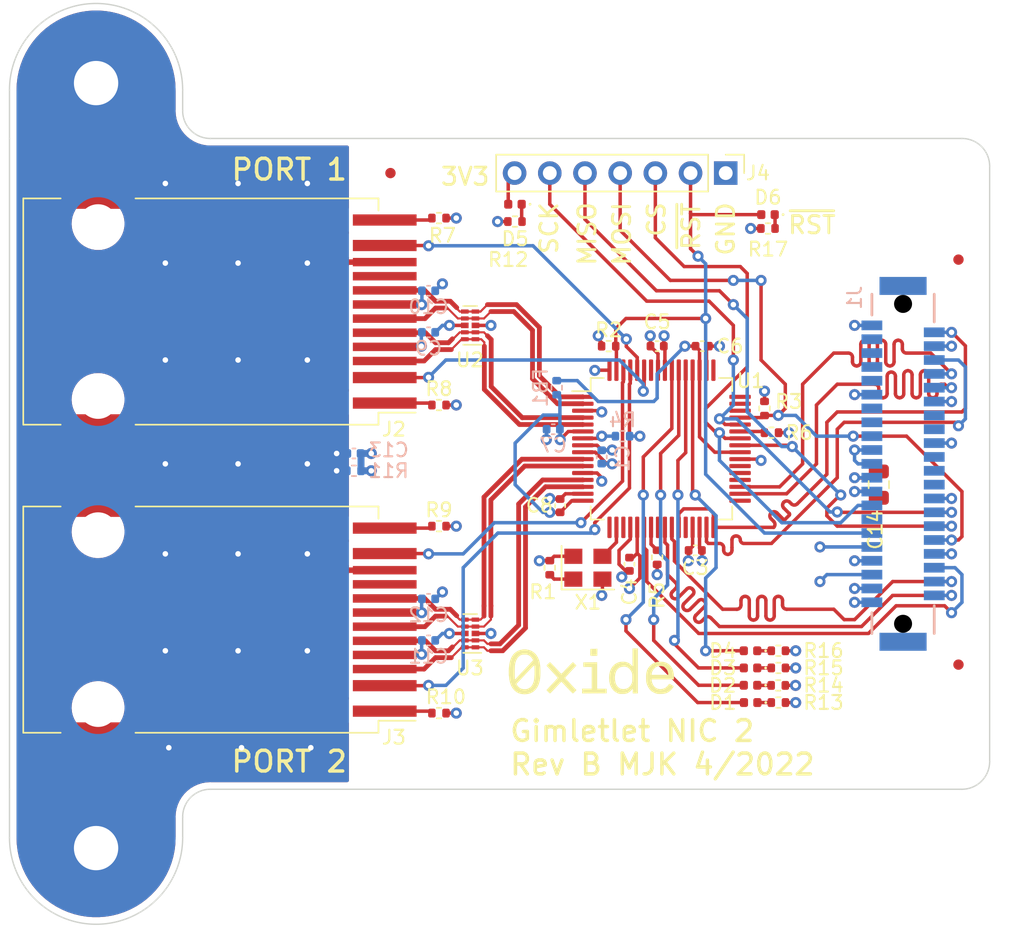
<source format=kicad_pcb>
(kicad_pcb (version 20221018) (generator pcbnew)
  (layers (0 "F.Cu" signal) (1 "In1.Cu" power) (2 "In2.Cu" power) (31 "B.Cu" signal) (34 "B.Paste" user) (35 "F.Paste" user) (36 "B.SilkS" user "B.Silkscreen") (37 "F.SilkS" user "F.Silkscreen") (38 "B.Mask" user) (39 "F.Mask" user) (44 "Edge.Cuts" user))
  (net 0 "")
  (net 1 "GND")
  (net 2 "+3V3")
  (net 3 "/P1V3")
  (net 4 "/P1V3_FILT")
  (net 5 "Net-(C9-Pad1)")
  (net 6 "Net-(C10-Pad1)")
  (net 7 "Net-(C11-Pad1)")
  (net 8 "Net-(C12-Pad1)")
  (net 9 "Earth")
  (net 10 "/~{SPI4_RESET}")
  (net 11 "/RMII_REF_CLK")
  (net 12 "/SP_MDC")
  (net 13 "/SP_MDIO")
  (net 14 "/RMII_CRS_DV")
  (net 15 "/~{SMI_IRQ}")
  (net 16 "/RMII_RXD0")
  (net 17 "/~{SMI_RESET}")
  (net 18 "/RMII_RXD1")
  (net 19 "/SP_PB0")
  (net 20 "/SP_PB1")
  (net 21 "/SP_PB2")
  (net 22 "/SP_PF11")
  (net 23 "/SP_PF12")
  (net 24 "/~{I2C4_SMBA}")
  (net 25 "/I2C4_SCL")
  (net 26 "/I2C4_SDA")
  (net 27 "/~{SPI4_CS}")
  (net 28 "/SPI4_SCK")
  (net 29 "/~{SPI4_INT}")
  (net 30 "/SPI4_MISO")
  (net 31 "/SPI4_MOSI")
  (net 32 "/RMII_TXEN")
  (net 33 "/RMII_TXD0")
  (net 34 "/RMII_TXD1")
  (net 35 "/P1LED0")
  (net 36 "/P2LED0")
  (net 37 "Net-(R1-Pad2)")
  (net 38 "Net-(R4-Pad2)")
  (net 39 "Net-(R5-Pad2)")
  (net 40 "/~{INTR}")
  (net 42 "Net-(U1-Pad18)")
  (net 53 "/P1LED1")
  (net 54 "/P2LED1")
  (net 55 "Net-(D3-Pad1)")
  (net 56 "Net-(J2-Pad1)")
  (net 57 "Net-(J2-Pad12)")
  (net 58 "Net-(J3-Pad1)")
  (net 59 "/TX1_P")
  (net 60 "/TX1_N")
  (net 61 "/RX1_P")
  (net 62 "/RX1_N")
  (net 63 "/TX2_P")
  (net 64 "/TX2_N")
  (net 65 "/RX2_P")
  (net 66 "/RX2_N")
  (net 67 "Net-(J3-Pad12)")
  (net 68 "Net-(D1-Pad1)")
  (net 69 "Net-(D2-Pad1)")
  (net 70 "Net-(D4-Pad1)")
  (net 71 "Net-(D5-Pad1)")
  (net 72 "Net-(D1-Pad2)")
  (net 73 "Net-(D2-Pad2)")
  (net 74 "Net-(D4-Pad2)")
  (net 77 "Net-(D3-Pad2)")
  (net 78 "Net-(D6-Pad1)")
  (footprint "LED_SMD:LED_0402_1005Metric" (layer "F.Cu") (at 169.24 93.24 180)
    (fp_text reference "D3")
    (fp_text value "LED_GREEN")
  )
  (footprint "Capacitor_SMD:C_0805_2012Metric" (layer "F.Cu") (at 178.5 80 90)
    (fp_text reference "C14")
    (fp_text value "10 µF")
  )
  (footprint "Oscillator:Oscillator_SMD_Abracon_ASE-4Pin_3.2x2.5mm" (layer "F.Cu") (at 157.5 86)
    (fp_text reference "X1")
    (fp_text value "ASE-25.000MHZ-LC")
  )
  (footprint "MountingHole:MountingHole_3.2mm_M3_DIN965_Pad" (layer "F.Cu") (at 122 51)
    (fp_text reference "H3" hide)
    (fp_text value "MountingHole_Pad")
  )
  (footprint "Connector_PinHeader_2.54mm:PinHeader_1x07_P2.54mm_Vertical" (layer "F.Cu") (at 167.45 57.5 -90)
    (fp_text reference "J4")
    (fp_text value "Conn_01x07_Male")
  )
  (footprint "Fiducial:Fiducial_0.75mm_Mask1.5mm" (layer "F.Cu") (at 184.25 63.75)
    (fp_text reference "FID2" hide)
    (fp_text value "Fiducial")
  )
  (footprint "Resistor_SMD:R_0402_1005Metric" (layer "F.Cu") (at 170.5 61.5)
    (fp_text reference "R17")
    (fp_text value "143Ω")
  )
  (footprint "Capacitor_SMD:C_0402_1005Metric" (layer "F.Cu") (at 162.5 70)
    (fp_text reference "C5")
    (fp_text value "1 µF")
  )
  (footprint "Resistor_SMD:R_0402_1005Metric" (layer "F.Cu") (at 146.75 74.25)
    (fp_text reference "R8")
    (fp_text value "143Ω")
  )
  (footprint "Connector_RJ:RJ45_Wuerth_74980111211_Horizontal" (layer "F.Cu") (at 129.565 89.75 180)
    (fp_text reference "J3")
    (fp_text value "Wuerth_74980111211")
  )
  (footprint "Resistor_SMD:R_0402_1005Metric" (layer "F.Cu") (at 146.75 96.5)
    (fp_text reference "R10")
    (fp_text value "143Ω")
  )
  (footprint "MountingHole:MountingHole_3.2mm_M3_DIN965_Pad" (layer "F.Cu") (at 122 106.25)
    (fp_text reference "H4" hide)
    (fp_text value "MountingHole_Pad")
  )
  (footprint "Capacitor_SMD:C_0402_1005Metric" (layer "F.Cu") (at 160.5 85.75 90)
    (fp_text reference "C4")
    (fp_text value "1 µF")
  )
  (footprint "Resistor_SMD:R_0402_1005Metric" (layer "F.Cu") (at 162.5 85.25 90)
    (fp_text reference "R5")
    (fp_text value "10KΩ")
  )
  (footprint "LED_SMD:LED_0402_1005Metric" (layer "F.Cu") (at 169.24 94.49 180)
    (fp_text reference "D2")
    (fp_text value "LED_ORANGE")
  )
  (footprint "Resistor_SMD:R_0402_1005Metric" (layer "F.Cu") (at 146.75 83)
    (fp_text reference "R9")
    (fp_text value "143Ω")
  )
  (footprint "Resistor_SMD:R_0402_1005Metric" (layer "F.Cu") (at 171.25 93.24 180)
    (fp_text reference "R15")
    (fp_text value "143Ω")
  )
  (footprint "Resistor_SMD:R_0402_1005Metric" (layer "F.Cu") (at 152.235 61)
    (fp_text reference "R12")
    (fp_text value "143Ω")
  )
  (footprint "Package_QFP:LQFP-64_10x10mm_P0.5mm" (layer "F.Cu") (at 162.81 77.41)
    (fp_text reference "U1")
    (fp_text value "KSZ8463FRLI")
  )
  (footprint "MountingHole:MountingHole_3.2mm_M3" (layer "F.Cu") (at 180.25 96.915)
    (fp_text reference "H2" hide)
    (fp_text value "MountingHole")
  )
  (footprint "Resistor_SMD:R_0402_1005Metric" (layer "F.Cu") (at 159 70)
    (fp_text reference "R2")
    (fp_text value "10KΩ")
  )
  (footprint "MountingHole:MountingHole_3.2mm_M3" (layer "F.Cu") (at 180.25 60.085)
    (fp_text reference "H1" hide)
    (fp_text value "MountingHole")
  )
  (footprint "Package_SON:USON-10_2.5x1.0mm_P0.5mm" (layer "F.Cu") (at 149 90.75 180)
    (fp_text reference "U3")
    (fp_text value "TPD4S010DQAR")
  )
  (footprint "Resistor_SMD:R_0402_1005Metric" (layer "F.Cu") (at 146.75 60.75)
    (fp_text reference "R7")
    (fp_text value "143Ω")
  )
  (footprint "Capacitor_SMD:C_0402_1005Metric" (layer "F.Cu") (at 165.75 70 180)
    (fp_text reference "C6")
    (fp_text value "1 µF")
  )
  (footprint "Resistor_SMD:R_0402_1005Metric" (layer "F.Cu") (at 154.75 86 -90)
    (fp_text reference "R1")
    (fp_text value "10KΩ")
  )
  (footprint "Resistor_SMD:R_0402_1005Metric" (layer "F.Cu") (at 170.75 76.25)
    (fp_text reference "R6")
    (fp_text value "4.7 KΩ")
  )
  (footprint "Resistor_SMD:R_0402_1005Metric" (layer "F.Cu") (at 171.25 95.74 180)
    (fp_text reference "R13")
    (fp_text value "143Ω")
  )
  (footprint "Capacitor_SMD:C_0402_1005Metric" (layer "F.Cu") (at 165.25 84.75)
    (fp_text reference "C3")
    (fp_text value "1 µF")
  )
  (footprint "Fiducial:Fiducial_0.75mm_Mask1.5mm" (layer "F.Cu") (at 143.25 57.5)
    (fp_text reference "FID1" hide)
    (fp_text value "Fiducial")
  )
  (footprint "LED_SMD:LED_0402_1005Metric" (layer "F.Cu") (at 152.235 59.75 180)
    (fp_text reference "D5")
    (fp_text value "LED_GREEN")
  )
  (footprint "LED_SMD:LED_0402_1005Metric" (layer "F.Cu") (at 170.5 60.5 180)
    (fp_text reference "D6")
    (fp_text value "LED_GREEN")
  )
  (footprint "Logos_0x:OXIDE_Wordmark" (layer "F.Cu") (at 157.717883 90.608997)
    (fp_text reference "LOGO1" hide)
    (fp_text value "LOGO" hide)
  )
  (footprint "Capacitor_SMD:C_0402_1005Metric" (layer "F.Cu") (at 155.5 81.52 -90)
    (fp_text reference "C8")
    (fp_text value "1 µF")
  )
  (footprint "Package_SON:USON-10_2.5x1.0mm_P0.5mm" (layer "F.Cu") (at 149 68.5 180)
    (fp_text reference "U2")
    (fp_text value "TPD4S010DQAR")
  )
  (footprint "Resistor_SMD:R_0402_1005Metric" (layer "F.Cu") (at 171.25 92 180)
    (fp_text reference "R16")
    (fp_text value "143Ω")
  )
  (footprint "Resistor_SMD:R_0402_1005Metric" (layer "F.Cu") (at 171.24 94.5 180)
    (fp_text reference "R14")
    (fp_text value "143Ω")
  )
  (footprint "Connector_RJ:RJ45_Wuerth_74980111211_Horizontal" (layer "F.Cu") (at 129.565 67.5 180)
    (fp_text reference "J2")
    (fp_text value "Wuerth_74980111211")
  )
  (footprint "Fiducial:Fiducial_0.75mm_Mask1.5mm" (layer "F.Cu") (at 184.25 93)
    (fp_text reference "FID3" hide)
    (fp_text value "Fiducial")
  )
  (footprint "LED_SMD:LED_0402_1005Metric" (layer "F.Cu") (at 169.25 95.74 180)
    (fp_text reference "D1")
    (fp_text value "LED_RED")
  )
  (footprint "Resistor_SMD:R_0402_1005Metric" (layer "F.Cu") (at 170.25 74.5 -90)
    (fp_text reference "R3")
    (fp_text value "4.7 KΩ")
  )
  (footprint "LED_SMD:LED_0402_1005Metric" (layer "F.Cu") (at 169.24 92 180)
    (fp_text reference "D4")
    (fp_text value "LED_BLUE")
  )
  (footprint "Capacitor_SMD:C_0402_1005Metric" (layer "B.Cu") (at 155 76)
    (fp_text reference "C7")
    (fp_text value "1 µF")
  )
  (footprint "Capacitor_SMD:C_0402_1005Metric" (layer "B.Cu") (at 158.5 78 -90)
    (fp_text reference "C1")
    (fp_text value "1 µF")
  )
  (footprint "Resistor_SMD:R_0402_1005Metric" (layer "B.Cu") (at 140.615 79 180)
    (fp_text reference "R11")
    (fp_text value "1 MΩ")
  )
  (footprint "Resistor_SMD:R_0402_1005Metric" (layer "B.Cu") (at 155.25 73 -90)
    (fp_text reference "FB1")
    (fp_text value "FerriteBead")
  )
  (footprint "Capacitor_SMD:C_0402_1005Metric" (layer "B.Cu") (at 146 88.25)
    (fp_text reference "C12")
    (fp_text value "0.1 µF")
  )
  (footprint "Connectors_0x:DF9-41P-1V" (layer "B.Cu") (at 180.25 78.5 90)
    (fp_text reference "J1")
    (fp_text value "Conn_2Rows-41Pins")
  )
  (footprint "Capacitor_SMD:C_0402_1005Metric" (layer "B.Cu") (at 146 91.25)
    (fp_text reference "C11")
    (fp_text value "0.1 µF")
  )
  (footprint "Capacitor_SMD:C_0402_1005Metric" (layer "B.Cu") (at 146 66)
    (fp_text reference "C10")
    (fp_text value "0.1 µF")
  )
  (footprint "Capacitor_SMD:C_0402_1005Metric" (layer "B.Cu") (at 140.615 77.75 180)
    (fp_text reference "C13")
    (fp_text value "4700 pF")
  )
  (footprint "Capacitor_SMD:C_0402_1005Metric" (layer "B.Cu") (at 146 69)
    (fp_text reference "C9")
    (fp_text value "0.1 µF")
  )
  (footprint "Resistor_SMD:R_0402_1005Metric" (layer "B.Cu") (at 160 76.5 180)
    (fp_text reference "R4")
    (fp_text value "6.49 KΩ")
  )
  (gr_arc (start 130.25 55) (mid 128.835786 54.414214) (end 128.25 53) (stroke (width 0.1)) (layer "Edge.Cuts"))
  (gr_line (start 115.75 105.5) (end 115.75 102) (stroke (width 0.1)) (layer "Edge.Cuts"))
  (gr_line (start 186.5 57) (end 186.5 100) (stroke (width 0.1)) (layer "Edge.Cuts"))
  (gr_line (start 115.75 102) (end 115.75 55) (stroke (width 0.1)) (layer "Edge.Cuts"))
  (gr_arc (start 184.5 55) (mid 185.914214 55.585786) (end 186.5 57) (stroke (width 0.1)) (layer "Edge.Cuts"))
  (gr_arc (start 128.25 105.5) (mid 122 111.75) (end 115.75 105.5) (stroke (width 0.1)) (layer "Edge.Cuts"))
  (gr_arc (start 115.75 51.5) (mid 122 45.25) (end 128.25 51.5) (stroke (width 0.1)) (layer "Edge.Cuts"))
  (gr_line (start 130.25 55) (end 184.5 55) (stroke (width 0.1)) (layer "Edge.Cuts"))
  (gr_line (start 115.75 55) (end 115.75 51.5) (stroke (width 0.1)) (layer "Edge.Cuts"))
  (gr_line (start 128.25 51.5) (end 128.25 53) (stroke (width 0.1)) (layer "Edge.Cuts"))
  (gr_arc (start 128.25 104) (mid 128.835786 102.585786) (end 130.25 102) (stroke (width 0.1)) (layer "Edge.Cuts"))
  (gr_arc (start 186.5 100) (mid 185.914214 101.414214) (end 184.5 102) (stroke (width 0.1)) (layer "Edge.Cuts"))
  (gr_line (start 184.5 102) (end 130.25 102) (stroke (width 0.1)) (layer "Edge.Cuts"))
  (gr_line (start 128.25 104) (end 128.25 105.5) (stroke (width 0.1)) (layer "Edge.Cuts"))
  (gr_text "PORT 1" (at 140.25 57.25) (layer "F.SilkS") (effects (font (size 1.5 1.5) (thickness 0.25)) (justify right)))
  (gr_text "3V3" (at 150.5 57.75) (layer "F.SilkS") (effects (font (size 1.25 1.25) (thickness 0.2)) (justify right)))
  (gr_text "~{RST}" (at 175.5 61.25) (layer "F.SilkS") (effects (font (size 1.25 1.25) (thickness 0.2)) (justify right)))
  (gr_text "~{RST}" (at 164.95 59.5 90) (layer "F.SilkS") (effects (font (size 1.25 1.25) (thickness 0.2)) (justify right)))
  (gr_text "CS" (at 162.45 59.5 90) (layer "F.SilkS") (effects (font (size 1.25 1.25) (thickness 0.2)) (justify right)))
  (gr_text "SCK" (at 154.7 59.5 90) (layer "F.SilkS") (effects (font (size 1.25 1.25) (thickness 0.2)) (justify right)))
  (gr_text "Gimletlet NIC 2\nRev B MJK 4/2022" (at 151.75 99) (layer "F.SilkS") (effects (font (size 1.5 1.5) (thickness 0.25)) (justify left)))
  (gr_text "MOSI" (at 159.95 59.5 90) (layer "F.SilkS") (effects (font (size 1.25 1.25) (thickness 0.2)) (justify right)))
  (gr_text "GND" (at 167.45 59.5 90) (layer "F.SilkS") (effects (font (size 1.25 1.25) (thickness 0.2)) (justify right)))
  (gr_text "MISO" (at 157.45 59.5 90) (layer "F.SilkS") (effects (font (size 1.25 1.25) (thickness 0.2)) (justify right)))
  (gr_text "PORT 2" (at 140.25 100) (layer "F.SilkS") (effects (font (size 1.5 1.5) (thickness 0.25)) (justify right)))
  (segment (start 165.06 84.46) (end 164.77 84.75) (width 0.25) (layer "F.Cu") (net 1))
  (segment (start 169.91 78.16) (end 168.485 78.16) (width 0.25) (layer "F.Cu") (net 1))
  (segment (start 158.49 70) (end 158.49 69.74) (width 0.25) (layer "F.Cu") (net 1))
  (segment (start 159.06 71.735) (end 158.015 71.735) (width 0.25) (layer "F.Cu") (net 1))
  (segment (start 158.504565 77.5) (end 159.25 77.5) (width 0.25) (layer "F.Cu") (net 1))
  (segment (start 171.76 93.24) (end 172.5 93.24) (width 0.25) (layer "F.Cu") (net 1))
  (segment (start 170 78.25) (end 169.91 78.16) (width 0.25) (layer "F.Cu") (net 1))
  (segment (start 162.02 70) (end 162.02 69.27) (width 0.25) (layer "F.Cu") (net 1))
  (segment (start 171.76 95.74) (end 172.5 95.74) (width 0.25) (layer "F.Cu") (net 1))
  (segment (start 160.5 86.23) (end 160.383939 86.23) (width 0.25) (layer "F.Cu") (net 1))
  (segment (start 171.76 92) (end 172.5 92) (width 0.25) (layer "F.Cu") (net 1))
  (segment (start 158.41 74.66) (end 158.5 74.75) (width 0.25) (layer "F.Cu") (net 1))
  (segment (start 164.77 85.48) (end 164.75 85.5) (width 0.25) (layer "F.Cu") (net 1))
  (segment (start 147.5025 68.5) (end 148.6175 68.5) (width 0.25) (layer "F.Cu") (net 1))
  (segment (start 157.135 77.16) (end 158.164565 77.16) (width 0.25) (layer "F.Cu") (net 1))
  (segment (start 162.56 71.735) (end 162.56 70.54693) (width 0.25) (layer "F.Cu") (net 1))
  (segment (start 158.5 79.5) (end 158.16 79.16) (width 0.25) (layer "F.Cu") (net 1))
  (segment (start 158.55 87.95) (end 158.5 88) (width 0.25) (layer "F.Cu") (net 1))
  (segment (start 160.56 83.94) (end 159.75 84.75) (width 0.25) (layer "F.Cu") (net 1))
  (segment (start 176.77 80.48) (end 178.03 80.48) (width 0.25) (layer "F.Cu") (net 1))
  (segment (start 155.88 80.66) (end 157.135 80.66) (width 0.25) (layer "F.Cu") (net 1))
  (segment (start 160.383939 86.23) (end 159.945576 86.668363) (width 0.25) (layer "F.Cu") (net 1))
  (segment (start 165.06 83.085) (end 165.06 84.46) (width 0.25) (layer "F.Cu") (net 1))
  (segment (start 157.135 74.66) (end 158.41 74.66) (width 0.25) (layer "F.Cu") (net 1))
  (segment (start 158.164565 77.16) (end 158.504565 77.5) (width 0.25) (layer "F.Cu") (net 1))
  (segment (start 158.015 71.735) (end 158 71.75) (width 0.25) (layer "F.Cu") (net 1))
  (segment (start 162.02 70.00693) (end 162.02 70) (width 0.25) (layer "F.Cu") (net 1))
  (segment (start 158.5 79.75) (end 158.5 79.5) (width 0.25) (layer "F.Cu") (net 1))
  (segment (start 162.02 69.27) (end 162 69.25) (width 0.25) (layer "F.Cu") (net 1))
  (segment (start 158.55 86.825) (end 158.55 87.95) (width 0.25) (layer "F.Cu") (net 1))
  (segment (start 147.5 90.75) (end 148.615 90.75) (width 0.25) (layer "F.Cu") (net 1))
  (segment (start 164.77 84.75) (end 164.77 85.48) (width 0.25) (layer "F.Cu") (net 1))
  (segment (start 166.23 70) (end 167 70) (width 0.25) (layer "F.Cu") (net 1))
  (segment (start 158.25 69.5) (end 158.25 69.25) (width 0.25) (layer "F.Cu") (net 1))
  (segment (start 155.5 81.04) (end 154.79 81.04) (width 0.25) (layer "F.Cu") (net 1))
  (segment (start 159.75 84.75) (end 159.75 85.75) (width 0.25) (layer "F.Cu") (net 1))
  (segment (start 162.56 70.54693) (end 162.02 70.00693) (width 0.25) (layer "F.Cu") (net 1))
  (segment (start 166.06 70.17) (end 166.23 70) (width 0.25) (layer "F.Cu") (net 1))
  (segment (start 154.79 81.04) (end 154.75 81) (width 0.25) (layer "F.Cu") (net 1))
  (segment (start 159.75 85.75) (end 160.23 86.23) (width 0.25) (layer "F.Cu") (net 1))
  (segment (start 158.49 69.74) (end 158.25 69.5) (width 0.25) (layer "F.Cu") (net 1))
  (segment (start 176.75 80.5) (end 176.77 80.48) (width 0.25) (layer "F.Cu") (net 1))
  (segment (start 149.3875 68.5) (end 150.5025 68.5) (width 0.25) (layer "F.Cu") (net 1))
  (segment (start 151.725 61) (end 150.985 61) (width 0.25) (layer "F.Cu") (net 1))
  (segment (start 171.75 94.5) (end 172.49 94.5) (width 0.25) (layer "F.Cu") (net 1))
  (segment (start 166.06 71.735) (end 166.06 70.17) (width 0.25) (layer "F.Cu") (net 1))
  (segment (start 149.385 90.75) (end 150.5 90.75) (width 0.25) (layer "F.Cu") (net 1))
  (segment (start 169.99 61.5) (end 169.25 61.5) (width 0.25) (layer "F.Cu") (net 1))
  (segment (start 160.56 83.085) (end 160.56 83.94) (width 0.25) (layer "F.Cu") (net 1))
  (segment (start 155.5 81.04) (end 155.88 80.66) (width 0.25) (layer "F.Cu") (net 1))
  (segment (start 157.135 79.16) (end 158.16 79.16) (width 0.25) (layer "F.Cu") (net 1))
  (segment (start 178.03 80.48) (end 178.5 80.95) (width 0.25) (layer "F.Cu") (net 1))
  (via (at 170 78.25) (size 0.8) (drill 0.4) (layers "F.Cu" "B.Cu") (net 1))
  (via (at 147.5025 68.5) (size 0.8) (drill 0.4) (layers "F.Cu" "B.Cu") (net 1))
  (via (at 172.49 94.5) (size 0.8) (drill 0.4) (layers "F.Cu" "B.Cu") (net 1))
  (via (at 159.25 77.5) (size 0.8) (drill 0.4) (layers "F.Cu" "B.Cu") (net 1))
  (via (at 172.5 92) (size 0.8) (drill 0.4) (layers "F.Cu" "B.Cu") (net 1))
  (via (at 169.25 61.5) (size 0.8) (drill 0.4) (layers "F.Cu" "B.Cu") (net 1))
  (via (at 176.75 88.5) (size 0.8) (drill 0.4) (layers "F.Cu" "B.Cu") (net 1))
  (via (at 158 71.75) (size 0.8) (drill 0.4) (layers "F.Cu" "B.Cu") (net 1))
  (via (at 161.25 76.5) (size 0.8) (drill 0.4) (layers "F.Cu" "B.Cu") (net 1))
  (via (at 183.75 85) (size 0.8) (drill 0.4) (layers "F.Cu" "B.Cu") (net 1))
  (via (at 154.5 76.75) (size 0.8) (drill 0.4) (layers "F.Cu" "B.Cu") (net 1))
  (via (at 154.75 81) (size 0.8) (drill 0.4) (layers "F.Cu" "B.Cu") (net 1))
  (via (at 150.985 61) (size 0.8) (drill 0.4) (layers "F.Cu" "B.Cu") (net 1))
  (via (at 183.75 70) (size 0.8) (drill 0.4) (layers "F.Cu" "B.Cu") (net 1))
  (via (at 159.945576 86.668363) (size 0.8) (drill 0.4) (layers "F.Cu" "B.Cu") (net 1))
  (via (at 141.865 77.75) (size 0.8) (drill 0.4) (layers "F.Cu" "B.Cu") (net 1))
  (via (at 158.5 88) (size 0.8) (drill 0.4) (layers "F.Cu" "B.Cu") (net 1))
  (via (at 147 65.5) (size 0.8) (drill 0.4) (layers "F.Cu" "B.Cu") (net 1))
  (via (at 176.75 80.5) (size 0.8) (drill 0.4) (layers "F.Cu" "B.Cu") (net 1))
  (via (at 183.75 74) (size 0.8) (drill 0.4) (layers "F.Cu" "B.Cu") (net 1))
  (via (at 183.75 77) (size 0.8) (drill 0.4) (layers "F.Cu" "B.Cu") (net 1))
  (via (at 176.75 73.5) (size 0.8) (drill 0.4) (layers "F.Cu" "B.Cu") (net 1))
  (via (at 147.5 90.75) (size 0.8) (drill 0.4) (layers "F.Cu" "B.Cu") (net 1))
  (via (at 176.75 68.5) (size 0.8) (drill 0.4) (layers "F.Cu" "B.Cu") (net 1))
  (via (at 141.865 79) (size 0.8) (drill 0.4) (layers "F.Cu" "B.Cu") (net 1))
  (via (at 183.75 81) (size 0.8) (drill 0.4) (layers "F.Cu" "B.Cu") (net 1))
  (via (at 150.5025 68.5) (size 0.8) (drill 0.4) (layers "F.Cu" "B.Cu") (net 1))
  (via (at 172.5 95.74) (size 0.8) (drill 0.4) (layers "F.Cu" "B.Cu") (net 1))
  (via (at 158.5 79.75) (size 0.8) (drill 0.4) (layers "F.Cu" "B.Cu") (net 1))
  (via (at 172.5 93.24) (size 0.8) (drill 0.4) (layers "F.Cu" "B.Cu") (net 1))
  (via (at 164.75 85.5) (size 0.8) (drill 0.4) (layers "F.Cu" "B.Cu") (net 1))
  (via (at 158.25 69.25) (size 0.8) (drill 0.4) (layers "F.Cu" "B.Cu") (net 1))
  (via (at 150.5 90.75) (size 0.8) (drill 0.4) (layers "F.Cu" "B.Cu") (net 1))
  (via (at 162 69.25) (size 0.8) (drill 0.4) (layers "F.Cu" "B.Cu") (net 1))
  (via (at 147 87.75) (size 0.8) (drill 0.4) (layers "F.Cu" "B.Cu") (net 1))
  (via (at 176.75 87.5) (size 0.8) (drill 0.4) (layers "F.Cu" "B.Cu") (net 1))
  (via (at 167 70) (size 0.8) (drill 0.4) (layers "F.Cu" "B.Cu") (net 1))
  (via (at 158.5 74.75) (size 0.8) (drill 0.4) (layers "F.Cu" "B.Cu") (net 1))
  (segment (start 182.5 70) (end 183.75 70) (width 0.25) (layer "B.Cu") (net 1))
  (segment (start 160.51 76.5) (end 161.25 76.5) (width 0.25) (layer "B.Cu") (net 1))
  (segment (start 182.5 74) (end 183.75 74) (width 0.25) (layer "B.Cu") (net 1))
  (segment (start 146.48 88.25) (end 146.5 88.25) (width 0.25) (layer "B.Cu") (net 1))
  (segment (start 147 68.5) (end 147.5025 68.5) (width 0.25) (layer "B.Cu") (net 1))
  (segment (start 178 88.5) (end 176.75 88.5) (width 0.25) (layer "B.Cu") (net 1))
  (segment (start 146.5 91.25) (end 146.48 91.25) (width 0.25) (layer "B.Cu") (net 1))
  (segment (start 141.125 77.78) (end 141.095 77.75) (width 0.5) (layer "B.Cu") (net 1))
  (segment (start 159.23 77.52) (end 159.25 77.5) (width 0.25) (layer "B.Cu") (net 1))
  (segment (start 178 73.5) (end 176.75 73.5) (width 0.25) (layer "B.Cu") (net 1))
  (segment (start 146.48 69) (end 146.5 69) (width 0.25) (layer "B.Cu") (net 1))
  (segment (start 141.125 79) (end 141.865 79) (width 0.5) (layer "B.Cu") (net 1))
  (segment (start 147 90.75) (end 147.5 90.75) (width 0.25) (layer "B.Cu") (net 1))
  (segment (start 146.98 65.5) (end 146.48 66) (width 0.25) (layer "B.Cu") (net 1))
  (segment (start 141.095 77.75) (end 141.865 77.75) (width 0.5) (layer "B.Cu") (net 1))
  (segment (start 182.5 85) (end 183.75 85) (width 0.25) (layer "B.Cu") (net 1))
  (segment (start 182.5 81) (end 183.75 81) (width 0.25) (layer "B.Cu") (net 1))
  (segment (start 158.5 77.52) (end 159.23 77.52) (width 0.25) (layer "B.Cu") (net 1))
  (segment (start 154.52 76.73) (end 154.5 76.75) (width 0.25) (layer "B.Cu") (net 1))
  (segment (start 178 87.5) (end 176.75 87.5) (width 0.25) (layer "B.Cu") (net 1))
  (segment (start 182.5 77) (end 183.75 77) (width 0.25) (layer "B.Cu") (net 1))
  (segment (start 147 65.5) (end 146.98 65.5) (width 0.25) (layer "B.Cu") (net 1))
  (segment (start 178 68.5) (end 176.75 68.5) (width 0.25) (layer "B.Cu") (net 1))
  (segment (start 178 80.5) (end 176.75 80.5) (width 0.25) (layer "B.Cu") (net 1))
  (segment (start 154.52 76) (end 154.52 76.73) (width 0.25) (layer "B.Cu") (net 1))
  (segment (start 147 90.75) (end 146.5 91.25) (width 0.25) (layer "B.Cu") (net 1))
  (segment (start 146.5 88.25) (end 147 87.75) (width 0.25) (layer "B.Cu") (net 1))
  (segment (start 146.5 69) (end 147 68.5) (width 0.25) (layer "B.Cu") (net 1))
  (segment (start 141.125 79) (end 141.125 77.78) (width 0.5) (layer "B.Cu") (net 1))
  (segment (start 161.06 84.96) (end 160.75 85.27) (width 0.25) (layer "F.Cu") (net 2))
  (segment (start 154.75 85.49) (end 154.01 85.49) (width 0.25) (layer "F.Cu") (net 2))
  (segment (start 154.01 85.49) (end 154 85.5) (width 0.25) (layer "F.Cu") (net 2))
  (segment (start 161.06 83.085) (end 161.06 84.96) (width 0.25) (layer "F.Cu") (net 2))
  (segment (start 147.26 83) (end 148 83) (width 0.25) (layer "F.Cu") (net 2))
  (segment (start 156.45 85.175) (end 155.065 85.175) (width 0.25) (layer "F.Cu") (net 2))
  (segment (start 158.868847 78.5) (end 159.25 78.5) (width 0.25) (layer "F.Cu") (net 2))
  (segment (start 171.26 76.25) (end 172 76.25) (width 0.25) (layer "F.Cu") (net 2))
  (segment (start 161.25 85.15) (end 161.25 86.75) (width 0.25) (layer "F.Cu") (net 2))
  (segment (start 163.06 70.08) (end 162.98 70) (width 0.25) (layer "F.Cu") (net 2))
  (segment (start 165.73 84.75) (end 165.73 85.48) (width 0.25) (layer "F.Cu") (net 2))
  (segment (start 176.75 79.5) (end 176.77 79.52) (width 0.25) (layer "F.Cu") (net 2))
  (segment (start 176.77 79.52) (end 178.03 79.52) (width 0.25) (layer "F.Cu") (net 2))
  (segment (start 165.56 84.58) (end 165.73 84.75) (width 0.25) (layer "F.Cu") (net 2))
  (segment (start 163.06 71.735) (end 163.06 70.08) (width 0.25) (layer "F.Cu") (net 2))
  (segment (start 151.75 57.96) (end 152.21 57.5) (width 0.25) (layer "F.Cu") (net 2))
  (segment (start 157.135 77.66) (end 158.028847 77.66) (width 0.25) (layer "F.Cu") (net 2))
  (segment (start 147.26 60.75) (end 148 60.75) (width 0.25) (layer "F.Cu") (net 2))
  (segment (start 162.98 70) (end 162.98 69.27) (width 0.25) (layer "F.Cu") (net 2))
  (segment (start 155.065 85.175) (end 154.75 85.49) (width 0.25) (layer "F.Cu") (net 2))
  (segment (start 178.03 79.52) (end 178.5 79.05) (width 0.25) (layer "F.Cu") (net 2))
  (segment (start 147.26 74.25) (end 148 74.25) (width 0.25) (layer "F.Cu") (net 2))
  (segment (start 158.028847 77.66) (end 158.868847 78.5) (width 0.25) (layer "F.Cu") (net 2))
  (segment (start 162.98 69.27) (end 163 69.25) (width 0.25) (layer "F.Cu") (net 2))
  (segment (start 147.26 96.5) (end 148 96.5) (width 0.25) (layer "F.Cu") (net 2))
  (segment (start 161.06 84.96) (end 161.25 85.15) (width 0.25) (layer "F.Cu") (net 2))
  (segment (start 165.73 85.48) (end 165.75 85.5) (width 0.25) (layer "F.Cu") (net 2))
  (segment (start 170.25 73.99) (end 170.25 73.25) (width 0.25) (layer "F.Cu") (net 2))
  (segment (start 162.5 85.76) (end 162.5 86.5) (width 0.25) (layer "F.Cu") (net 2))
  (segment (start 165.56 83.085) (end 165.56 84.58) (width 0.25) (layer "F.Cu") (net 2))
  (segment (start 161.25 86.75) (end 160.5 87.5) (width 0.25) (layer "F.Cu") (net 2))
  (segment (start 151.75 59.75) (end 151.75 57.96) (width 0.25) (layer "F.Cu") (net 2))
  (via (at 148 83) (size 0.8) (drill 0.4) (layers "F.Cu" "B.Cu") (net 2))
  (via (at 165.75 85.5) (size 0.8) (drill 0.4) (layers "F.Cu" "B.Cu") (net 2))
  (via (at 159.25 78.5) (size 0.8) (drill 0.4) (layers "F.Cu" "B.Cu") (net 2))
  (via (at 174.25 84.5) (size 0.8) (drill 0.4) (layers "F.Cu" "B.Cu") (net 2))
  (via (at 172 76.25) (size 0.8) (drill 0.4) (layers "F.Cu" "B.Cu") (net 2))
  (via (at 176.75 77.5) (size 0.8) (drill 0.4) (layers "F.Cu" "B.Cu") (net 2))
  (via (at 148 96.5) (size 0.8) (drill 0.4) (layers "F.Cu" "B.Cu") (net 2))
  (via (at 160.5 87.5) (size 0.8) (drill 0.4) (layers "F.Cu" "B.Cu") (net 2))
  (via (at 154 85.5) (size 0.8) (drill 0.4) (layers "F.Cu" "B.Cu") (net 2))
  (via (at 163 69.25) (size 0.8) (drill 0.4) (layers "F.Cu" "B.Cu") (net 2))
  (via (at 148 74.25) (size 0.8) (drill 0.4) (layers "F.Cu" "B.Cu") (net 2))
  (via (at 176.75 85.5) (size 0.8) (drill 0.4) (layers "F.Cu" "B.Cu") (net 2))
  (via (at 176.75 79.5) (size 0.8) (drill 0.4) (layers "F.Cu" "B.Cu") (net 2))
  (via (at 162.5 86.5) (size 0.8) (drill 0.4) (layers "F.Cu" "B.Cu") (net 2))
  (via (at 174.25 87) (size 0.8) (drill 0.4) (layers "F.Cu" "B.Cu") (net 2))
  (via (at 148 60.75) (size 0.8) (drill 0.4) (layers "F.Cu" "B.Cu") (net 2))
  (via (at 170.25 73.25) (size 0.8) (drill 0.4) (layers "F.Cu" "B.Cu") (net 2))
  (segment (start 174.75 86.5) (end 174.25 87) (width 0.25) (layer "B.Cu") (net 2))
  (segment (start 178 77.5) (end 176.75 77.5) (width 0.25) (layer "B.Cu") (net 2))
  (segment (start 178 78.5) (end 177 78.5) (width 0.25) (layer "B.Cu") (net 2))
  (segment (start 178 86.5) (end 174.75 86.5) (width 0.25) (layer "B.Cu") (net 2))
  (segment (start 178 79.5) (end 176.75 79.5) (width 0.25) (layer "B.Cu") (net 2))
  (segment (start 178 84.5) (end 174.25 84.5) (width 0.25) (layer "B.Cu") (net 2))
  (segment (start 158.5 78.48) (end 159.23 78.48) (width 0.25) (layer "B.Cu") (net 2))
  (segment (start 178 85.5) (end 176.75 85.5) (width 0.25) (layer "B.Cu") (net 2))
  (segment (start 159.23 78.48) (end 159.25 78.5) (width 0.25) (layer "B.Cu") (net 2))
  (segment (start 177 78.5) (end 176.75 78.25) (width 0.25) (layer "B.Cu") (net 2))
  (segment (start 176.75 78.25) (end 176.75 77.5) (width 0.25) (layer "B.Cu") (net 2))
  (segment (start 165.27 70) (end 164.5 70) (width 0.25) (layer "F.Cu") (net 3))
  (segment (start 165.56 71.735) (end 165.56 70.29) (width 0.25) (layer "F.Cu") (net 3))
  (segment (start 165.56 76.56) (end 165.56 71.735) (width 0.25) (layer "F.Cu") (net 3))
  (segment (start 165.56 70.29) (end 165.27 70) (width 0.25) (layer "F.Cu") (net 3))
  (segment (start 166.66 77.66) (end 165.56 76.56) (width 0.25) (layer "F.Cu") (net 3))
  (segment (start 168.485 77.66) (end 166.66 77.66) (width 0.25) (layer "F.Cu") (net 3))
  (via (at 164.5 70) (size 0.8) (drill 0.4) (layers "F.Cu" "B.Cu") (net 3))
  (segment (start 156.74 72.49) (end 158.25 74) (width 0.25) (layer "B.Cu") (net 3))
  (segment (start 158.25 74) (end 162.25 74) (width 0.25) (layer "B.Cu") (net 3))
  (segment (start 162.5 72) (end 164.5 70) (width 0.25) (layer "B.Cu") (net 3))
  (segment (start 155.25 72.49) (end 156.74 72.49) (width 0.25) (layer "B.Cu") (net 3))
  (segment (start 162.5 73.75) (end 162.5 72) (width 0.25) (layer "B.Cu") (net 3))
  (segment (start 162.25 74) (end 162.5 73.75) (width 0.25) (layer "B.Cu") (net 3))
  (segment (start 155.5 82) (end 154.75 82) (width 0.25) (layer "F.Cu") (net 4))
  (segment (start 156.25 81.25) (end 156.25 81.25693) (width 0.25) (layer "F.Cu") (net 4))
  (segment (start 155.50693 82) (end 155.5 82) (width 0.25) (layer "F.Cu") (net 4))
  (segment (start 156.34 81.16) (end 156.25 81.25) (width 0.25) (layer "F.Cu") (net 4))
  (segment (start 157.135 81.16) (end 156.34 81.16) (width 0.25) (layer "F.Cu") (net 4))
  (segment (start 156.09 76.16) (end 155.5 76.75) (width 0.25) (layer "F.Cu") (net 4))
  (segment (start 157.135 76.16) (end 156.09 76.16) (width 0.25) (layer "F.Cu") (net 4))
  (segment (start 156.25 81.25693) (end 155.50693 82) (width 0.25) (layer "F.Cu") (net 4))
  (via (at 155.5 76.75) (size 0.8) (drill 0.4) (layers "F.Cu" "B.Cu") (net 4))
  (via (at 154.75 82) (size 0.8) (drill 0.4) (layers "F.Cu" "B.Cu") (net 4))
  (segment (start 155.5 76.02) (end 155.48 76) (width 0.25) (layer "B.Cu") (net 4))
  (segment (start 152.25 77) (end 152.25 80) (width 0.25) (layer "B.Cu") (net 4))
  (segment (start 155.25 73.51) (end 155.48 73.74) (width 0.25) (layer "B.Cu") (net 4))
  (segment (start 152.25 80) (end 154.25 82) (width 0.25) (layer "B.Cu") (net 4))
  (segment (start 155.48 74.98) (end 155.48 76) (width 0.25) (layer "B.Cu") (net 4))
  (segment (start 155.5 76.75) (end 155.5 76.02) (width 0.25) (layer "B.Cu") (net 4))
  (segment (start 155.48 73.74) (end 155.48 74.98) (width 0.25) (layer "B.Cu") (net 4))
  (segment (start 154.27 74.98) (end 152.25 77) (width 0.25) (layer "B.Cu") (net 4))
  (segment (start 155.48 74.98) (end 154.27 74.98) (width 0.25) (layer "B.Cu") (net 4))
  (segment (start 154.25 82) (end 154.75 82) (width 0.25) (layer "B.Cu") (net 4))
  (segment (start 145.427686 70.05) (end 145.478311 69.999375) (width 0.25) (layer "F.Cu") (net 5))
  (segment (start 142.835 70.05) (end 145.427686 70.05) (width 0.25) (layer "F.Cu") (net 5))
  (via (at 145.478311 69.999375) (size 0.8) (drill 0.4) (layers "F.Cu" "B.Cu") (net 5))
  (segment (start 145.478311 69.999375) (end 145.478311 69.041689) (width 0.25) (layer "B.Cu") (net 5))
  (segment (start 145.478311 69.041689) (end 145.52 69) (width 0.25) (layer "B.Cu") (net 5))
  (segment (start 142.835 66.99) (end 145.49 66.99) (width 0.25) (layer "F.Cu") (net 6))
  (segment (start 145.49 66.99) (end 145.5 67) (width 0.25) (layer "F.Cu") (net 6))
  (via (at 145.5 67) (size 0.8) (drill 0.4) (layers "F.Cu" "B.Cu") (net 6))
  (segment (start 145.52 66) (end 145.52 66.98) (width 0.25) (layer "B.Cu") (net 6))
  (segment (start 145.52 66.98) (end 145.5 67) (width 0.25) (layer "B.Cu") (net 6))
  (segment (start 142.835 92.3) (end 145.45 92.3) (width 0.25) (layer "F.Cu") (net 7))
  (segment (start 145.45 92.3) (end 145.5 92.25) (width 0.25) (layer "F.Cu") (net 7))
  (via (at 145.5 92.25) (size 0.8) (drill 0.4) (layers "F.Cu" "B.Cu") (net 7))
  (segment (start 145.5 91.27) (end 145.52 91.25) (width 0.25) (layer "B.Cu") (net 7))
  (segment (start 145.5 92.25) (end 145.5 91.27) (width 0.25) (layer "B.Cu") (net 7))
  (segment (start 145.49 89.24) (end 145.5 89.25) (width 0.25) (layer "F.Cu") (net 8))
  (segment (start 142.835 89.24) (end 145.49 89.24) (width 0.25) (layer "F.Cu") (net 8))
  (via (at 145.5 89.25) (size 0.8) (drill 0.4) (layers "F.Cu" "B.Cu") (net 8))
  (segment (start 145.5 88.27) (end 145.52 88.25) (width 0.25) (layer "B.Cu") (net 8))
  (segment (start 145.5 89.25) (end 145.5 88.27) (width 0.25) (layer "B.Cu") (net 8))
  (segment (start 122.145 76.42) (end 123.095 76.42) (width 1) (layer "F.Cu") (net 9))
  (segment (start 123.095 58.58) (end 122.145 58.58) (width 1) (layer "F.Cu") (net 9))
  (segment (start 142.835 63.93) (end 139.82 63.93) (width 0.4) (layer "F.Cu") (net 9))
  (segment (start 122.145 80.83) (end 123.095 80.83) (width 1) (layer "F.Cu") (net 9))
  (segment (start 142.835 86.18) (end 139.82 86.18) (width 0.4) (layer "F.Cu") (net 9))
  (segment (start 123.095 98.67) (end 122.145 98.67) (width 1) (layer "F.Cu") (net 9))
  (via (at 137.25 64) (size 0.8) (drill 0.4) (layers "F.Cu" "B.Cu") (net 9))
  (via (at 127 64) (size 0.8) (drill 0.4) (layers "F.Cu" "B.Cu") (net 9))
  (via (at 127 92) (size 0.8) (drill 0.4) (layers "F.Cu" "B.Cu") (net 9))
  (via (at 127 78.5) (size 0.8) (drill 0.4) (layers "F.Cu" "B.Cu") (net 9))
  (via (at 137.25 71) (size 0.8) (drill 0.4) (layers "F.Cu" "B.Cu") (net 9))
  (via (at 127.25 99) (size 0.8) (drill 0.4) (layers "F.Cu" "B.Cu") (net 9))
  (via (at 139.365 79) (size 0.8) (drill 0.4) (layers "F.Cu" "B.Cu") (net 9))
  (via (at 127 71) (size 0.8) (drill 0.4) (layers "F.Cu" "B.Cu") (net 9))
  (via (at 137.5 99) (size 0.8) (drill 0.4) (layers "F.Cu" "B.Cu") (net 9))
  (via (at 132.25 64) (size 0.8) (drill 0.4) (layers "F.Cu" "B.Cu") (net 9))
  (via (at 137.25 85) (size 0.8) (drill 0.4) (layers "F.Cu" "B.Cu") (net 9))
  (via (at 132.25 92) (size 0.8) (drill 0.4) (layers "F.Cu" "B.Cu") (net 9))
  (via (at 139.365 77.75) (size 0.8) (drill 0.4) (layers "F.Cu" "B.Cu") (net 9))
  (via (at 132.25 58.25) (size 0.8) (drill 0.4) (layers "F.Cu" "B.Cu") (net 9))
  (via (at 132.25 78.5) (size 0.8) (drill 0.4) (layers "F.Cu" "B.Cu") (net 9))
  (via (at 132.25 71) (size 0.8) (drill 0.4) (layers "F.Cu" "B.Cu") (net 9))
  (via (at 137.25 58.25) (size 0.8) (drill 0.4) (layers "F.Cu" "B.Cu") (net 9))
  (via (at 127 58.25) (size 0.8) (drill 0.4) (layers "F.Cu" "B.Cu") (net 9))
  (via (at 127 85) (size 0.8) (drill 0.4) (layers "F.Cu" "B.Cu") (net 9))
  (via (at 132.5 99) (size 0.8) (drill 0.4) (layers "F.Cu" "B.Cu") (net 9))
  (via (at 132.25 85) (size 0.8) (drill 0.4) (layers "F.Cu" "B.Cu") (net 9))
  (via (at 137.25 78.5) (size 0.8) (drill 0.4) (layers "F.Cu" "B.Cu") (net 9))
  (via (at 137.25 92) (size 0.8) (drill 0.4) (layers "F.Cu" "B.Cu") (net 9))
  (segment (start 140.135 77.75) (end 139.365 77.75) (width 0.25) (layer "B.Cu") (net 9))
  (segment (start 140.105 79) (end 139.365 79) (width 0.25) (layer "B.Cu") (net 9))
  (segment (start 165.45 63.5) (end 164.91 62.96) (width 0.25) (layer "F.Cu") (net 10))
  (segment (start 165 60.5) (end 164.91 60.41) (width 0.25) (layer "F.Cu") (net 10))
  (segment (start 159.51 70.25) (end 159.51 68.74) (width 0.25) (layer "F.Cu") (net 10))
  (segment (start 164.91 62.96) (end 164.91 60.41) (width 0.25) (layer "F.Cu") (net 10))
  (segment (start 170.015 60.5) (end 165 60.5) (width 0.25) (layer "F.Cu") (net 10))
  (segment (start 159.51 68.74) (end 160.25 68) (width 0.25) (layer "F.Cu") (net 10))
  (segment (start 159.56 71.735) (end 159.56 70.31) (width 0.25) (layer "F.Cu") (net 10))
  (segment (start 164.91 60.41) (end 164.91 57.5) (width 0.25) (layer "F.Cu") (net 10))
  (segment (start 160.25 68) (end 166 68) (width 0.25) (layer "F.Cu") (net 10))
  (via (at 166 68) (size 0.8) (drill 0.4) (layers "F.Cu" "B.Cu") (net 10))
  (via (at 165.45 63.5) (size 0.8) (drill 0.4) (layers "F.Cu" "B.Cu") (net 10))
  (segment (start 166 79.25) (end 170.25 83.5) (width 0.25) (layer "B.Cu") (net 10))
  (segment (start 166 64.05) (end 165.45 63.5) (width 0.25) (layer "B.Cu") (net 10))
  (segment (start 166 68) (end 166 64.05) (width 0.25) (layer "B.Cu") (net 10))
  (segment (start 166 68) (end 166 79.25) (width 0.25) (layer "B.Cu") (net 10))
  (segment (start 178 83.5) (end 170.25 83.5) (width 0.25) (layer "B.Cu") (net 10))
  (segment (start 175.5 74.75) (end 184.5 74.75) (width 0.25) (layer "F.Cu") (net 11))
  (segment (start 172.612062 81.387941) (end 174.75 79.25) (width 0.25) (layer "F.Cu") (net 11))
  (segment locked (start 166.25 81.75) (end 164.413215 81.75) (width 0.25) (layer "F.Cu") (net 11))
  (segment (start 183.774614 69) (end 183.75 69) (width 0.25) (layer "F.Cu") (net 11))
  (segment (start 174.75 79.25) (end 174.75 75.5) (width 0.25) (layer "F.Cu") (net 11))
  (segment (start 174.75 75.5) (end 175.5 74.75) (width 0.25) (layer "F.Cu") (net 11))
  (segment (start 166.56 82.06) (end 166.25 81.75) (width 0.25) (layer "F.Cu") (net 11))
  (segment (start 164.06 82.103215) (end 164.06 83.085) (width 0.25) (layer "F.Cu") (net 11))
  (segment (start 171.732591 82.508999) (end 171.732591 82.509) (width 0.25) (layer "F.Cu") (net 11))
  (segment (start 166.56 83.085) (end 166.56 82.06) (width 0.25) (layer "F.Cu") (net 11))
  (segment (start 170.915 82.660736) (end 170.723494 82.46923) (width 0.25) (layer "F.Cu") (net 11))
  (segment (start 172.036059 82.084735) (end 172.03606 82.084735) (width 0.25) (layer "F.Cu") (net 11))
  (segment (start 172.067002 81.267146) (end 172.067002 81.267145) (width 0.25) (layer "F.Cu") (net 11))
  (segment (start 184.75 69.975386) (end 183.774614 69) (width 0.25) (layer "F.Cu") (net 11))
  (segment (start 171.14776 82.044966) (end 171.14776 82.044965) (width 0.25) (layer "F.Cu") (net 11))
  (segment (start 166.56 83.085) (end 170.915 83.085) (width 0.25) (layer "F.Cu") (net 11))
  (segment (start 164.413215 81.75) (end 164.06 82.103215) (width 0.25) (layer "F.Cu") (net 11))
  (segment (start 184.75 74.5) (end 184.75 69.975386) (width 0.25) (layer "F.Cu") (net 11))
  (segment (start 172.067002 81.267145) (end 172.187798 81.387941) (width 0.25) (layer "F.Cu") (net 11))
  (segment (start 172.03606 82.084735) (end 171.642736 81.69141) (width 0.25) (layer "F.Cu") (net 11))
  (segment (start 171.14776 82.044965) (end 171.611796 82.509) (width 0.25) (layer "F.Cu") (net 11))
  (segment (start 171.732591 82.509) (end 172.03606 82.20553) (width 0.25) (layer "F.Cu") (net 11))
  (segment (start 184.5 74.75) (end 184.75 74.5) (width 0.25) (layer "F.Cu") (net 11))
  (via (at 183.75 69) (size 0.8) (drill 0.4) (layers "F.Cu" "B.Cu") (net 11))
  (arc (start 171.642736 81.267146) (mid 171.85487 81.179277) (end 172.067002 81.267146) (width 0.25) (layer "F.Cu") (net 11))
  (arc (start 170.915 83.085) (mid 171.002868 82.872868) (end 170.915 82.660736) (width 0.25) (layer "F.Cu") (net 11))
  (arc (start 172.187798 81.387941) (mid 172.39993 81.475809) (end 172.612062 81.387941) (width 0.25) (layer "F.Cu") (net 11))
  (arc (start 172.03606 82.20553) (mid 172.061077 82.145132) (end 172.036059 82.084735) (width 0.25) (layer "F.Cu") (net 11))
  (arc (start 170.723494 82.46923) (mid 170.635626 82.257098) (end 170.723494 82.044966) (width 0.25) (layer "F.Cu") (net 11))
  (arc (start 170.723494 82.044966) (mid 170.935628 81.957097) (end 171.14776 82.044966) (width 0.25) (layer "F.Cu") (net 11))
  (arc (start 171.611796 82.509) (mid 171.672194 82.534017) (end 171.732591 82.508999) (width 0.25) (layer "F.Cu") (net 11))
  (arc (start 171.642736 81.69141) (mid 171.554868 81.479278) (end 171.642736 81.267146) (width 0.25) (layer "F.Cu") (net 11))
  (segment (start 183.75 69) (end 182.5 69) (width 0.25) (layer "B.Cu") (net 11))
  (segment (start 166.06 83.085) (end 166.06 84.11307) (width 0.25) (layer "F.Cu") (net 14))
  (segment (start 170.75 84.25) (end 175.5 79.5) (width 0.25) (layer "F.Cu") (net 14))
  (segment (start 166.06 84.11307) (end 166.19693 84.25) (width 0.25) (layer "F.Cu") (net 14))
  (segment (start 167.9 84.7376) (end 167.9 84.55) (width 0.25) (layer "F.Cu") (net 14))
  (segment (start 166.19693 84.25) (end 167 84.25) (width 0.25) (layer "F.Cu") (net 14))
  (segment (start 168.7688 84.25) (end 170.75 84.25) (width 0.25) (layer "F.Cu") (net 14))
  (segment (start 167.3 84.55) (end 167.3 84.7376) (width 0.25) (layer "F.Cu") (net 14))
  (segment (start 167.9 84.55) (end 167.9 83.9812) (width 0.25) (layer "F.Cu") (net 14))
  (segment (start 184 75.5) (end 184.25 75.75) (width 0.25) (layer "F.Cu") (net 14))
  (segment (start 175.5 76) (end 176 75.5) (width 0.25) (layer "F.Cu") (net 14))
  (segment (start 175.5 79.5) (end 175.5 76) (width 0.25) (layer "F.Cu") (net 14))
  (segment (start 176 75.5) (end 184 75.5) (width 0.25) (layer "F.Cu") (net 14))
  (segment (start 168.1688 83.7124) (end 168.2312 83.7124) (width 0.25) (layer "F.Cu") (net 14))
  (via (at 184.25 75.75) (size 0.8) (drill 0.4) (layers "F.Cu" "B.Cu") (net 14))
  (arc (start 167.9 83.9812) (mid 167.97873 83.79113) (end 168.1688 83.7124) (width 0.25) (layer "F.Cu") (net 14))
  (arc (start 167.6 85.0376) (mid 167.812132 84.949732) (end 167.9 84.7376) (width 0.25) (layer "F.Cu") (net 14))
  (arc (start 167 84.25) (mid 167.212132 84.337868) (end 167.3 84.55) (width 0.25) (layer "F.Cu") (net 14))
  (arc (start 167.3 84.7376) (mid 167.387868 84.949732) (end 167.6 85.0376) (width 0.25) (layer "F.Cu") (net 14))
  (arc (start 168.5 83.9812) (mid 168.57873 84.17127) (end 168.7688 84.25) (width 0.25) (layer "F.Cu") (net 14))
  (arc (start 168.2312 83.7124) (mid 168.42127 83.79113) (end 168.5 83.9812) (width 0.25) (layer "F.Cu") (net 14))
  (segment (start 184.25 71) (end 184.75 71.5) (width 0.25) (layer "B.Cu") (net 14))
  (segment (start 184.75 75.25) (end 184.25 75.75) (width 0.25) (layer "B.Cu") (net 14))
  (segment (start 182.5 71) (end 184.25 71) (width 0.25) (layer "B.Cu") (net 14))
  (segment (start 184.75 71.5) (end 184.75 75.25) (width 0.25) (layer "B.Cu") (net 14))
  (segment (start 183.75 72) (end 182.25 70.5) (width 0.25) (layer "F.Cu") (net 16))
  (segment (start 179 71.128482) (end 179 69.871518) (width 0.25) (layer "F.Cu") (net 16))
  (segment (start 182.25 70.5) (end 180.5 70.5) (width 0.25) (layer "F.Cu") (net 16))
  (segment (start 171.34 80.16) (end 168.485 80.16) (width 0.25) (layer "F.Cu") (net 16))
  (segment (start 178.4 69.871518) (end 178.4 71.128482) (width 0.25) (layer "F.Cu") (net 16))
  (segment (start 177.2 69.871518) (end 177.2 71.128482) (width 0.25) (layer "F.Cu") (net 16))
  (segment (start 176.6 71.128482) (end 176.6 70.8) (width 0.25) (layer "F.Cu") (net 16))
  (segment (start 173 78.5) (end 171.34 80.16) (width 0.25) (layer "F.Cu") (net 16))
  (segment (start 177.8 71.128482) (end 177.8 69.871518) (width 0.25) (layer "F.Cu") (net 16))
  (segment (start 180.2 70.2) (end 180.2 69.871518) (width 0.25) (layer "F.Cu") (net 16))
  (segment (start 179.6 69.871518) (end 179.6 71.128482) (width 0.25) (layer "F.Cu") (net 16))
  (segment (start 176.3 70.5) (end 175.25 70.5) (width 0.25) (layer "F.Cu") (net 16))
  (segment (start 173 72.75) (end 173 78.5) (width 0.25) (layer "F.Cu") (net 16))
  (segment (start 175.25 70.5) (end 173 72.75) (width 0.25) (layer "F.Cu") (net 16))
  (via (at 183.75 72) (size 0.8) (drill 0.4) (layers "F.Cu" "B.Cu") (net 16))
  (arc (start 177.8 69.871518) (mid 177.712132 69.659386) (end 177.5 69.571518) (width 0.25) (layer "F.Cu") (net 16))
  (arc (start 178.7 69.571518) (mid 178.487868 69.659386) (end 178.4 69.871518) (width 0.25) (layer "F.Cu") (net 16))
  (arc (start 180.2 69.871518) (mid 180.112132 69.659386) (end 179.9 69.571518) (width 0.25) (layer "F.Cu") (net 16))
  (arc (start 176.6 70.8) (mid 176.512132 70.587868) (end 176.3 70.5) (width 0.25) (layer "F.Cu") (net 16))
  (arc (start 177.2 71.128482) (mid 177.112132 71.340614) (end 176.9 71.428482) (width 0.25) (layer "F.Cu") (net 16))
  (arc (start 178.4 71.128482) (mid 178.312132 71.340614) (end 178.1 71.428482) (width 0.25) (layer "F.Cu") (net 16))
  (arc (start 176.9 71.428482) (mid 176.687868 71.340614) (end 176.6 71.128482) (width 0.25) (layer "F.Cu") (net 16))
  (arc (start 178.1 71.428482) (mid 177.887868 71.340614) (end 177.8 71.128482) (width 0.25) (layer "F.Cu") (net 16))
  (arc (start 179.9 69.571518) (mid 179.687868 69.659386) (end 179.6 69.871518) (width 0.25) (layer "F.Cu") (net 16))
  (arc (start 179.3 71.428482) (mid 179.087868 71.340614) (end 179 71.128482) (width 0.25) (layer "F.Cu") (net 16))
  (arc (start 179.6 71.128482) (mid 179.512132 71.340614) (end 179.3 71.428482) (width 0.25) (layer "F.Cu") (net 16))
  (arc (start 177.5 69.571518) (mid 177.287868 69.659386) (end 177.2 69.871518) (width 0.25) (layer "F.Cu") (net 16))
  (arc (start 179 69.871518) (mid 178.912132 69.659386) (end 178.7 69.571518) (width 0.25) (layer "F.Cu") (net 16))
  (arc (start 180.5 70.5) (mid 180.287868 70.412132) (end 180.2 70.2) (width 0.25) (layer "F.Cu") (net 16))
  (segment (start 183.75 72) (end 182.5 72) (width 0.25) (layer "B.Cu") (net 16))
  (segment (start 180.3 72.069955) (end 180.3 73.430045) (width 0.25) (layer "F.Cu") (net 18))
  (segment (start 175.5 72.75) (end 174 74.25) (width 0.25) (layer "F.Cu") (net 18))
  (segment (start 183.75 73) (end 183.5 73) (width 0.25) (layer "F.Cu") (net 18))
  (segment (start 175.5 72.75) (end 178.2 72.75) (width 0.25) (layer "F.Cu") (net 18))
  (segment (start 181.5 72.069955) (end 181.5 73.430045) (width 0.25) (layer "F.Cu") (net 18))
  (segment (start 180.9 73.430045) (end 180.9 72.069955) (width 0.25) (layer "F.Cu") (net 18))
  (segment (start 179.7 73.430045) (end 179.7 72.169955) (width 0.25) (layer "F.Cu") (net 18))
  (segment (start 182.7 73.05) (end 182.7 73.430045) (width 0.25) (layer "F.Cu") (net 18))
  (segment (start 179.1 72.169955) (end 179.1 73.430045) (width 0.25) (layer "F.Cu") (net 18))
  (segment (start 171.84 80.66) (end 168.485 80.66) (width 0.25) (layer "F.Cu") (net 18))
  (segment (start 174 74.25) (end 174 78.5) (width 0.25) (layer "F.Cu") (net 18))
  (segment (start 178.5 73.430045) (end 178.5 73.05) (width 0.25) (layer "F.Cu") (net 18))
  (segment (start 182.1 73.05) (end 182.1 72.069955) (width 0.25) (layer "F.Cu") (net 18))
  (segment (start 183.5 73) (end 183.25 72.75) (width 0.25) (layer "F.Cu") (net 18))
  (segment (start 174 78.5) (end 171.84 80.66) (width 0.25) (layer "F.Cu") (net 18))
  (segment (start 182.1 73.430045) (end 182.1 73.05) (width 0.25) (layer "F.Cu") (net 18))
  (segment (start 183.25 72.75) (end 183 72.75) (width 0.25) (layer "F.Cu") (net 18))
  (via (at 183.75 73) (size 0.8) (drill 0.4) (layers "F.Cu" "B.Cu") (net 18))
  (arc (start 181.8 71.769955) (mid 181.587868 71.857823) (end 181.5 72.069955) (width 0.25) (layer "F.Cu") (net 18))
  (arc (start 178.8 73.730045) (mid 178.587868 73.642177) (end 178.5 73.430045) (width 0.25) (layer "F.Cu") (net 18))
  (arc (start 183 72.75) (mid 182.787868 72.837868) (end 182.7 73.05) (width 0.25) (layer "F.Cu") (net 18))
  (arc (start 182.1 72.069955) (mid 182.012132 71.857823) (end 181.8 71.769955) (width 0.25) (layer "F.Cu") (net 18))
  (arc (start 179.4 71.869955) (mid 179.187868 71.957823) (end 179.1 72.169955) (width 0.25) (layer "F.Cu") (net 18))
  (arc (start 182.4 73.730045) (mid 182.187868 73.642177) (end 182.1 73.430045) (width 0.25) (layer "F.Cu") (net 18))
  (arc (start 181.2 73.730045) (mid 180.987868 73.642177) (end 180.9 73.430045) (width 0.25) (layer "F.Cu") (net 18))
  (arc (start 178.5 73.05) (mid 178.412132 72.837868) (end 178.2 72.75) (width 0.25) (layer "F.Cu") (net 18))
  (arc (start 182.7 73.430045) (mid 182.612132 73.642177) (end 182.4 73.730045) (width 0.25) (layer "F.Cu") (net 18))
  (arc (start 180.9 72.069955) (mid 180.812132 71.857823) (end 180.6 71.769955) (width 0.25) (layer "F.Cu") (net 18))
  (arc (start 181.5 73.430045) (mid 181.412132 73.642177) (end 181.2 73.730045) (width 0.25) (layer "F.Cu") (net 18))
  (arc (start 179.1 73.430045) (mid 179.012132 73.642177) (end 178.8 73.730045) (width 0.25) (layer "F.Cu") (net 18))
  (arc (start 180.3 73.430045) (mid 180.212132 73.642177) (end 180 73.730045) (width 0.25) (layer "F.Cu") (net 18))
  (arc (start 179.7 72.169955) (mid 179.612132 71.957823) (end 179.4 71.869955) (width 0.25) (layer "F.Cu") (net 18))
  (arc (start 180.6 71.769955) (mid 180.387868 71.857823) (end 180.3 72.069955) (width 0.25) (layer "F.Cu") (net 18))
  (arc (start 180 73.730045) (mid 179.787868 73.642177) (end 179.7 73.430045) (width 0.25) (layer "F.Cu") (net 18))
  (segment (start 183.75 73) (end 182.5 73) (width 0.25) (layer "B.Cu") (net 18))
  (segment (start 162.37 57.5) (end 162.37 62.17) (width 0.25) (layer "F.Cu") (net 27))
  (segment (start 168.5 64.25) (end 169 64.75) (width 0.25) (layer "F.Cu") (net 27))
  (segment (start 167.41 76.66) (end 167 76.25) (width 0.25) (layer "F.Cu") (net 27))
  (segment (start 169 71.5) (end 166 74.5) (width 0.25) (layer "F.Cu") (net 27))
  (segment (start 166.754952 76.254952) (end 166.996559 76.254952) (width 0.25) (layer "F.Cu") (net 27))
  (segment (start 168.485 76.66) (end 167.41 76.66) (width 0.25) (layer "F.Cu") (net 27))
  (segment (start 167 76.25) (end 166.996559 76.253441) (width 0.25) (layer "F.Cu") (net 27))
  (segment (start 169 64.75) (end 169 71.5) (width 0.25) (layer "F.Cu") (net 27))
  (segment (start 166 75.5) (end 166.754952 76.254952) (width 0.25) (layer "F.Cu") (net 27))
  (segment (start 164.45 64.25) (end 168.5 64.25) (width 0.25) (layer "F.Cu") (net 27))
  (segment (start 166 74.5) (end 166 75.5) (width 0.25) (layer "F.Cu") (net 27))
  (segment (start 166.996559 76.253441) (end 166.996559 76.254952) (width 0.25) (layer "F.Cu") (net 27))
  (segment (start 162.37 62.17) (end 164.45 64.25) (width 0.25) (layer "F.Cu") (net 27))
  (via (at 166.996559 76.254952) (size 0.8) (drill 0.4) (layers "F.Cu" "B.Cu") (net 27))
  (segment (start 175.75 82.75) (end 177 81.5) (width 0.25) (layer "B.Cu") (net 27))
  (segment (start 177 81.5) (end 178 81.5) (width 0.25) (layer "B.Cu") (net 27))
  (segment (start 171.5 82.75) (end 175.75 82.75) (width 0.25) (layer "B.Cu") (net 27))
  (segment (start 166.996559 78.246559) (end 171.5 82.75) (width 0.25) (layer "B.Cu") (net 27))
  (segment (start 166.996559 76.254952) (end 166.996559 78.246559) (width 0.25) (layer "B.Cu") (net 27))
  (segment (start 154.75 57.5) (end 154.75 59.75) (width 0.25) (layer "F.Cu") (net 28))
  (segment (start 166.25 66.75) (end 168 68.5) (width 0.25) (layer "F.Cu") (net 28))
  (segment (start 161.75 66.75) (end 166.25 66.75) (width 0.25) (layer "F.Cu") (net 28))
  (segment (start 168 68.5) (end 168 71) (width 0.25) (layer "F.Cu") (net 28))
  (segment (start 167.41 75.66) (end 167 75.25) (width 0.25) (layer "F.Cu") (net 28))
  (segment (start 154.75 59.75) (end 161.75 66.75) (width 0.25) (layer "F.Cu") (net 28))
  (segment (start 168.485 75.66) (end 167.41 75.66) (width 0.25) (layer "F.Cu") (net 28))
  (segment (start 175.524598 82) (end 183.75 82) (width 0.25) (layer "F.Cu") (net 28))
  (segment (start 175.5 81.975402) (end 175.524598 82) (width 0.25) (layer "F.Cu") (net 28))
  (via (at 168 71) (size 0.8) (drill 0.4) (layers "F.Cu" "B.Cu") (net 28))
  (via (at 175.5 81.975402) (size 0.8) (drill 0.4) (layers "F.Cu" "B.Cu") (net 28))
  (via (at 183.75 82) (size 0.8) (drill 0.4) (layers "F.Cu" "B.Cu") (net 28))
  (via (at 167 75.25) (size 0.8) (drill 0.4) (layers "F.Cu" "B.Cu") (net 28))
  (segment (start 175.5 81.975402) (end 174.975402 81.975402) (width 0.25) (layer "B.Cu") (net 28))
  (segment (start 167 75.25) (end 168 74.25) (width 0.25) (layer "B.Cu") (net 28))
  (segment (start 174.975402 81.975402) (end 168.25 75.25) (width 0.25) (layer "B.Cu") (net 28))
  (segment (start 168 74.25) (end 168 71) (width 0.25) (layer "B.Cu") (net 28))
  (segment (start 168.25 75.25) (end 167 75.25) (width 0.25) (layer "B.Cu") (net 28))
  (segment (start 182.5 82) (end 183.75 82) (width 0.25) (layer "B.Cu") (net 28))
  (segment (start 174.75 81.700788) (end 174.75 82.250016) (width 0.25) (layer "F.Cu") (net 30))
  (segment (start 168.485 77.16) (end 172.16 77.16) (width 0.25) (layer "F.Cu") (net 30))
  (segment (start 174.75 82.250016) (end 175.499984 83) (width 0.25) (layer "F.Cu") (net 30))
  (segment (start 175.499984 83) (end 183.75 83) (width 0.25) (layer "F.Cu") (net 30))
  (segment (start 157.29 60.84) (end 162.45 66) (width 0.25) (layer "F.Cu") (net 30))
  (segment (start 157.29 57.5) (end 157.29 60.84) (width 0.25) (layer "F.Cu") (net 30))
  (segment (start 172.16 77.16) (end 172.25 77.25) (width 0.25) (layer "F.Cu") (net 30))
  (segment (start 162.45 66) (end 167 66) (width 0.25) (layer "F.Cu") (net 30))
  (segment (start 167 66) (end 168 67) (width 0.25) (layer "F.Cu") (net 30))
  (segment (start 175.700788 80.75) (end 174.75 81.700788) (width 0.25) (layer "F.Cu") (net 30))
  (segment (start 175.75 80.75) (end 175.700788 80.75) (width 0.25) (layer "F.Cu") (net 30))
  (via (at 175.75 80.75) (size 0.8) (drill 0.4) (layers "F.Cu" "B.Cu") (net 30))
  (via (at 183.75 83) (size 0.8) (drill 0.4) (layers "F.Cu" "B.Cu") (net 30))
  (via (at 168 67) (size 0.8) (drill 0.4) (layers "F.Cu" "B.Cu") (net 30))
  (via (at 172.25 77.25) (size 0.8) (drill 0.4) (layers "F.Cu" "B.Cu") (net 30))
  (segment (start 171.5 77.25) (end 172.25 77.25) (width 0.25) (layer "B.Cu") (net 30))
  (segment (start 182.5 83) (end 183.75 83) (width 0.25) (layer "B.Cu") (net 30))
  (segment (start 175.75 80.75) (end 172.25 77.25) (width 0.25) (layer "B.Cu") (net 30))
  (segment (start 169 74.75) (end 171.5 77.25) (width 0.25) (layer "B.Cu") (net 30))
  (segment (start 169 68) (end 168 67) (width 0.25) (layer "B.Cu") (net 30))
  (segment (start 169 74.75) (end 169 68) (width 0.25) (layer "B.Cu") (net 30))
  (segment (start 170.26 75) (end 170.25 75.01) (width 0.25) (layer "F.Cu") (net 31))
  (segment (start 171.25 75) (end 171.75 74.5) (width 0.25) (layer "F.Cu") (net 31))
  (segment (start 170 71) (end 171.75 72.75) (width 0.25) (layer "F.Cu") (net 31))
  (segment (start 168.485 75.16) (end 170.1 75.16) (width 0.25) (layer "F.Cu") (net 31))
  (segment (start 171.25 75) (end 170.26 75) (width 0.25) (layer "F.Cu") (net 31))
  (segment (start 159.83 61.63) (end 163.45 65.25) (width 0.25) (layer "F.Cu") (net 31))
  (segment (start 184.5 80.5) (end 180.5 76.5) (width 0.25) (layer "F.Cu") (net 31))
  (segment (start 159.83 57.5) (end 159.83 61.63) (width 0.25) (layer "F.Cu") (net 31))
  (segment (start 184.25 84) (end 184.5 83.75) (width 0.25) (layer "F.Cu") (net 31))
  (segment (start 163.45 65.25) (end 168 65.25) (width 0.25) (layer "F.Cu") (net 31))
  (segment (start 180.5 76.5) (end 176.650498 76.5) (width 0.25) (layer "F.Cu") (net 31))
  (segment (start 170.1 75.16) (end 170.25 75.01) (width 0.25) (layer "F.Cu") (net 31))
  (segment (start 184.5 83.75) (end 184.5 80.5) (width 0.25) (layer "F.Cu") (net 31))
  (segment (start 170 65.25) (end 170 71) (width 0.25) (layer "F.Cu") (net 31))
  (segment (start 183.75 84) (end 184.25 84) (width 0.25) (layer "F.Cu") (net 31))
  (segment (start 171.75 72.75) (end 171.75 74.5) (width 0.25) (layer "F.Cu") (net 31))
  (via (at 176.650498 76.5) (size 0.8) (drill 0.4) (layers "F.Cu" "B.Cu") (net 31))
  (via (at 183.75 84) (size 0.8) (drill 0.4) (layers "F.Cu" "B.Cu") (net 31))
  (via (at 171.25 75) (size 0.8) (drill 0.4) (layers "F.Cu" "B.Cu") (net 31))
  (via (at 170 65.25) (size 0.8) (drill 0.4) (layers "F.Cu" "B.Cu") (net 31))
  (via (at 168 65.25) (size 0.8) (drill 0.4) (layers "F.Cu" "B.Cu") (net 31))
  (segment (start 172.5 75) (end 171.25 75) (width 0.25) (layer "B.Cu") (net 31))
  (segment (start 168 65.25) (end 170 65.25) (width 0.25) (layer "B.Cu") (net 31))
  (segment (start 176.650498 76.5) (end 174 76.5) (width 0.25) (layer "B.Cu") (net 31))
  (segment (start 174 76.5) (end 172.5 75) (width 0.25) (layer "B.Cu") (net 31))
  (segment (start 182.5 84) (end 183.75 84) (width 0.25) (layer "B.Cu") (net 31))
  (segment (start 161.56 84.56) (end 161.75 84.75) (width 0.25) (layer "F.Cu") (net 32))
  (segment (start 161.56 83.085) (end 161.56 84.56) (width 0.25) (layer "F.Cu") (net 32))
  (segment (start 161.75 87) (end 165.5 90.75) (width 0.25) (layer "F.Cu") (net 32))
  (segment (start 165.5 90.75) (end 177.75 90.75) (width 0.25) (layer "F.Cu") (net 32))
  (segment (start 177.75 90.75) (end 179.75 88.75) (width 0.25) (layer "F.Cu") (net 32))
  (segment (start 183.25 88.75) (end 183.75 89.25) (width 0.25) (layer "F.Cu") (net 32))
  (segment (start 179.75 88.75) (end 183.25 88.75) (width 0.25) (layer "F.Cu") (net 32))
  (segment (start 161.75 84.75) (end 161.75 87) (width 0.25) (layer "F.Cu") (net 32))
  (via (at 183.75 89.25) (size 0.8) (drill 0.4) (layers "F.Cu" "B.Cu") (net 32))
  (segment (start 184.5 88.5) (end 184.5 86.5) (width 0.25) (layer "B.Cu") (net 32))
  (segment (start 183.75 89.25) (end 184.5 88.5) (width 0.25) (layer "B.Cu") (net 32))
  (segment (start 184.5 86.5) (end 184 86) (width 0.25) (layer "B.Cu") (net 32))
  (segment (start 184 86) (end 182.5 86) (width 0.25) (layer "B.Cu") (net 32))
  (segment (start 168.55 88.7) (end 168.55 88.366746) (width 0.25) (layer "F.Cu") (net 33))
  (segment (start 170.35 88.366746) (end 170.35 89.483254) (width 0.25) (layer "F.Cu") (net 33))
  (segment (start 175.25 89) (end 176 89.75) (width 0.25) (layer "F.Cu") (net 33))
  (segment (start 171.85 89) (end 175.25 89) (width 0.25) (layer "F.Cu") (net 33))
  (segment (start 163.75 84.115006) (end 163.75 85.524614) (width 0.25) (layer "F.Cu") (net 33))
  (segment (start 176 89.75) (end 176.75 89.75) (width 0.25) (layer "F.Cu") (net 33))
  (segment (start 163.56 83.925006) (end 163.75 84.115006) (width 0.25) (layer "F.Cu") (net 33))
  (segment (start 170.95 89.483254) (end 170.95 88.366746) (width 0.25) (layer "F.Cu") (net 33))
  (segment (start 176.75 89.75) (end 179.5 87) (width 0.25) (layer "F.Cu") (net 33))
  (segment (start 169.75 89.483254) (end 169.75 88.366746) (width 0.25) (layer "F.Cu") (net 33))
  (segment (start 169.15 88.366746) (end 169.15 89.483254) (width 0.25) (layer "F.Cu") (net 33))
  (segment (start 179.5 87) (end 183.75 87) (width 0.25) (layer "F.Cu") (net 33))
  (segment (start 171.55 88.366746) (end 171.55 88.7) (width 0.25) (layer "F.Cu") (net 33))
  (segment (start 167.225386 89) (end 168.25 89) (width 0.25) (layer "F.Cu") (net 33))
  (segment (start 163.75 85.524614) (end 167.225386 89) (width 0.25) (layer "F.Cu") (net 33))
  (segment (start 163.56 83.085) (end 163.56 83.925006) (width 0.25) (layer "F.Cu") (net 33))
  (via (at 183.75 87) (size 0.8) (drill 0.4) (layers "F.Cu" "B.Cu") (net 33))
  (arc (start 170.95 88.366746) (mid 171.037868 88.154614) (end 171.25 88.066746) (width 0.25) (layer "F.Cu") (net 33))
  (arc (start 170.05 88.066746) (mid 170.262132 88.154614) (end 170.35 88.366746) (width 0.25) (layer "F.Cu") (net 33))
  (arc (start 169.45 89.783254) (mid 169.662132 89.695386) (end 169.75 89.483254) (width 0.25) (layer "F.Cu") (net 33))
  (arc (start 168.25 89) (mid 168.462132 88.912132) (end 168.55 88.7) (width 0.25) (layer "F.Cu") (net 33))
  (arc (start 169.75 88.366746) (mid 169.837868 88.154614) (end 170.05 88.066746) (width 0.25) (layer "F.Cu") (net 33))
  (arc (start 171.25 88.066746) (mid 171.462132 88.154614) (end 171.55 88.366746) (width 0.25) (layer "F.Cu") (net 33))
  (arc (start 169.15 89.483254) (mid 169.237868 89.695386) (end 169.45 89.783254) (width 0.25) (layer "F.Cu") (net 33))
  (arc (start 170.35 89.483254) (mid 170.437868 89.695386) (end 170.65 89.783254) (width 0.25) (layer "F.Cu") (net 33))
  (arc (start 171.55 88.7) (mid 171.637868 88.912132) (end 171.85 89) (width 0.25) (layer "F.Cu") (net 33))
  (arc (start 170.65 89.783254) (mid 170.862132 89.695386) (end 170.95 89.483254) (width 0.25) (layer "F.Cu") (net 33))
  (arc (start 168.85 88.066746) (mid 169.062132 88.154614) (end 169.15 88.366746) (width 0.25) (layer "F.Cu") (net 33))
  (arc (start 168.55 88.366746) (mid 168.637868 88.154614) (end 168.85 88.066746) (width 0.25) (layer "F.Cu") (net 33))
  (segment (start 182.5 87) (end 183.75 87) (width 0.25) (layer "B.Cu") (net 33))
  (segment (start 164.447337 88.582802) (end 164.447339 88.582803) (width 0.25) (layer "F.Cu") (net 34))
  (segment (start 163.598804 87.734269) (end 163.598806 87.73427) (width 0.25) (layer "F.Cu") (net 34))
  (segment (start 183.75 88) (end 179.5 88) (width 0.25) (layer "F.Cu") (net 34))
  (segment (start 179.5 88) (end 177.25 90.25) (width 0.25) (layer "F.Cu") (net 34))
  (segment (start 165.950734 89.624999) (end 165.720134 89.8556) (width 0.25) (layer "F.Cu") (net 34))
  (segment (start 164.447339 88.582803) (end 165.076079 87.954058) (width 0.25) (layer "F.Cu") (net 34))
  (segment (start 164.023069 88.158534) (end 164.651814 87.529793) (width 0.25) (layer "F.Cu") (net 34))
  (segment (start 163.06 84.175006) (end 163.06 83.085) (width 0.25) (layer "F.Cu") (net 34))
  (segment (start 165.07608 87.582037) (end 165.023836 87.529793) (width 0.25) (layer "F.Cu") (net 34))
  (segment (start 163.25 86.5) (end 163.25 84.365006) (width 0.25) (layer "F.Cu") (net 34))
  (segment (start 163.25 84.365006) (end 163.06 84.175006) (width 0.25) (layer "F.Cu") (net 34))
  (segment (start 167 90.25) (end 166.375 89.625) (width 0.25) (layer "F.Cu") (net 34))
  (segment (start 165.295869 89.431335) (end 165.295869 89.431334) (width 0.25) (layer "F.Cu") (net 34))
  (segment (start 163.25 86.5) (end 163.829405 87.079404) (width 0.25) (layer "F.Cu") (net 34))
  (segment (start 163.598806 87.73427) (end 163.829405 87.503668) (width 0.25) (layer "F.Cu") (net 34))
  (segment (start 165.924613 88.43057) (end 165.872369 88.378326) (width 0.25) (layer "F.Cu") (net 34))
  (segment (start 165.295869 89.431334) (end 165.924612 88.802591) (width 0.25) (layer "F.Cu") (net 34))
  (segment (start 164.871602 89.007067) (end 165.500347 88.378326) (width 0.25) (layer "F.Cu") (net 34))
  (segment (start 165.950735 89.624999) (end 165.950734 89.624999) (width 0.25) (layer "F.Cu") (net 34))
  (segment (start 177.25 90.25) (end 167 90.25) (width 0.25) (layer "F.Cu") (net 34))
  (via (at 183.75 88) (size 0.8) (drill 0.4) (layers "F.Cu" "B.Cu") (net 34))
  (arc (start 165.720134 89.8556) (mid 165.508002 89.943468) (end 165.29587 89.8556) (width 0.25) (layer "F.Cu") (net 34))
  (arc (start 164.447338 89.007067) (mid 164.35947 88.794936) (end 164.447337 88.582802) (width 0.25) (layer "F.Cu") (net 34))
  (arc (start 164.871602 89.007067) (mid 164.65947 89.094935) (end 164.447338 89.007067) (width 0.25) (layer "F.Cu") (net 34))
  (arc (start 164.023069 88.158534) (mid 163.810937 88.246402) (end 163.598805 88.158534) (width 0.25) (layer "F.Cu") (net 34))
  (arc (start 165.924612 88.802591) (mid 166.001661 88.616581) (end 165.924613 88.43057) (width 0.25) (layer "F.Cu") (net 34))
  (arc (start 163.598805 88.158534) (mid 163.510937 87.946403) (end 163.598804 87.734269) (width 0.25) (layer "F.Cu") (net 34))
  (arc (start 165.872369 88.378326) (mid 165.686358 88.301278) (end 165.500347 88.378326) (width 0.25) (layer "F.Cu") (net 34))
  (arc (start 165.29587 89.8556) (mid 165.208 89.643467) (end 165.295869 89.431335) (width 0.25) (layer "F.Cu") (net 34))
  (arc (start 163.829405 87.503668) (mid 163.917273 87.291536) (end 163.829405 87.079404) (width 0.25) (layer "F.Cu") (net 34))
  (arc (start 165.023836 87.529793) (mid 164.837825 87.452745) (end 164.651814 87.529793) (width 0.25) (layer "F.Cu") (net 34))
  (arc (start 166.375 89.625) (mid 166.162867 89.53713) (end 165.950735 89.624999) (width 0.25) (layer "F.Cu") (net 34))
  (arc (start 165.076079 87.954058) (mid 165.153128 87.768048) (end 165.07608 87.582037) (width 0.25) (layer "F.Cu") (net 34))
  (segment (start 182.5 88) (end 183.75 88) (width 0.25) (layer "B.Cu") (net 34))
  (segment (start 145.98 62.73) (end 146 62.75) (width 0.25) (layer "F.Cu") (net 35))
  (segment (start 161.06 70.81) (end 160.275073 70.025073) (width 0.25) (layer "F.Cu") (net 35))
  (segment (start 142.835 62.73) (end 145.98 62.73) (width 0.25) (layer "F.Cu") (net 35))
  (segment (start 160.275073 70.025073) (end 160.275073 69.486867) (width 0.25) (layer "F.Cu") (net 35))
  (segment (start 161.06 71.735) (end 161.06 70.81) (width 0.25) (layer "F.Cu") (net 35))
  (via (at 160.275073 69.486867) (size 0.8) (drill 0.4) (layers "F.Cu" "B.Cu") (net 35))
  (via (at 146 62.75) (size 0.8) (drill 0.4) (layers "F.Cu" "B.Cu") (net 35))
  (segment (start 146 62.75) (end 153.538206 62.75) (width 0.25) (layer "B.Cu") (net 35))
  (segment (start 153.538206 62.75) (end 160.275073 69.486867) (width 0.25) (layer "B.Cu") (net 35))
  (segment (start 160.06 71.735) (end 160.06 72.575006) (width 0.25) (layer "F.Cu") (net 36))
  (segment (start 145.98 84.98) (end 142.835 84.98) (width 0.25) (layer "F.Cu") (net 36))
  (segment (start 160 79.75) (end 157 82.75) (width 0.25) (layer "F.Cu") (net 36))
  (segment (start 146 85) (end 145.98 84.98) (width 0.25) (layer "F.Cu") (net 36))
  (segment (start 160.06 72.575006) (end 160 72.635006) (width 0.25) (layer "F.Cu") (net 36))
  (segment (start 160 72.635006) (end 160 79.75) (width 0.25) (layer "F.Cu") (net 36))
  (via (at 146 85) (size 0.8) (drill 0.4) (layers "F.Cu" "B.Cu") (net 36))
  (via (at 157 82.75) (size 0.8) (drill 0.4) (layers "F.Cu" "B.Cu") (net 36))
  (segment (start 157 82.75) (end 150.75 82.75) (width 0.25) (layer "B.Cu") (net 36))
  (segment (start 150.75 82.75) (end 148.5 85) (width 0.25) (layer "B.Cu") (net 36))
  (segment (start 148.5 85) (end 146 85) (width 0.25) (layer "B.Cu") (net 36))
  (segment (start 155.065 86.825) (end 154.75 86.51) (width 0.25) (layer "F.Cu") (net 37))
  (segment (start 156.45 86.825) (end 155.065 86.825) (width 0.25) (layer "F.Cu") (net 37))
  (segment (start 157.135 76.66) (end 158.34 76.66) (width 0.25) (layer "F.Cu") (net 38))
  (segment (start 158.34 76.66) (end 158.5 76.5) (width 0.25) (layer "F.Cu") (net 38))
  (via (at 158.5 76.5) (size 0.8) (drill 0.4) (layers "F.Cu" "B.Cu") (net 38))
  (segment (start 158.5 76.5) (end 159.49 76.5) (width 0.25) (layer "B.Cu") (net 38))
  (segment (start 162.06 84.3) (end 162.5 84.74) (width 0.25) (layer "F.Cu") (net 39))
  (segment (start 162.06 83.085) (end 162.06 84.3) (width 0.25) (layer "F.Cu") (net 39))
  (segment (start 170.15 76.16) (end 170.24 76.25) (width 0.25) (layer "F.Cu") (net 40))
  (segment (start 168.485 76.16) (end 170.15 76.16) (width 0.25) (layer "F.Cu") (net 40))
  (segment (start 159.56 84.165) (end 158.55 85.175) (width 0.25) (layer "F.Cu") (net 42))
  (segment (start 159.56 83.085) (end 159.56 84.165) (width 0.25) (layer "F.Cu") (net 42))
  (segment (start 161.56 73.19) (end 161.5 73.25) (width 0.25) (layer "F.Cu") (net 53))
  (segment (start 142.835 72.27) (end 145.98 72.27) (width 0.25) (layer "F.Cu") (net 53))
  (segment (start 161.56 71.735) (end 161.56 73.19) (width 0.25) (layer "F.Cu") (net 53))
  (segment (start 145.98 72.27) (end 146 72.25) (width 0.25) (layer "F.Cu") (net 53))
  (via (at 161.5 73.25) (size 0.8) (drill 0.4) (layers "F.Cu" "B.Cu") (net 53))
  (via (at 146 72.25) (size 0.8) (drill 0.4) (layers "F.Cu" "B.Cu") (net 53))
  (segment (start 159.774614 71) (end 147.25 71) (width 0.25) (layer "B.Cu") (net 53))
  (segment (start 161.5 73.25) (end 161.5 72.725386) (width 0.25) (layer "B.Cu") (net 53))
  (segment (start 161.5 72.725386) (end 159.774614 71) (width 0.25) (layer "B.Cu") (net 53))
  (segment (start 147.25 71) (end 146 72.25) (width 0.25) (layer "B.Cu") (net 53))
  (segment (start 142.835 94.52) (end 145.98 94.52) (width 0.25) (layer "F.Cu") (net 54))
  (segment (start 160.5 72.75) (end 160.5 80.25) (width 0.25) (layer "F.Cu") (net 54))
  (segment (start 145.98 94.52) (end 146 94.5) (width 0.25) (layer "F.Cu") (net 54))
  (segment (start 160.56 72.69) (end 160.5 72.75) (width 0.25) (layer "F.Cu") (net 54))
  (segment (start 160.56 71.735) (end 160.56 72.69) (width 0.25) (layer "F.Cu") (net 54))
  (segment (start 158 82.75) (end 158 83.25) (width 0.25) (layer "F.Cu") (net 54))
  (segment (start 160.5 80.25) (end 158 82.75) (width 0.25) (layer "F.Cu") (net 54))
  (via (at 146 94.5) (size 0.8) (drill 0.4) (layers "F.Cu" "B.Cu") (net 54))
  (via (at 158 83.25) (size 0.8) (drill 0.4) (layers "F.Cu" "B.Cu") (net 54))
  (segment (start 157.75 83.5) (end 151 83.5) (width 0.25) (layer "B.Cu") (net 54))
  (segment (start 148.5 86) (end 148.5 93.25) (width 0.25) (layer "B.Cu") (net 54))
  (segment (start 151 83.5) (end 148.5 86) (width 0.25) (layer "B.Cu") (net 54))
  (segment (start 148.5 93.25) (end 147.25 94.5) (width 0.25) (layer "B.Cu") (net 54))
  (segment (start 158 83.25) (end 157.75 83.5) (width 0.25) (layer "B.Cu") (net 54))
  (segment (start 147.25 94.5) (end 146 94.5) (width 0.25) (layer "B.Cu") (net 54))
  (segment (start 170.74 93.24) (end 169.735 93.24) (width 0.25) (layer "F.Cu") (net 55))
  (segment (start 142.835 74.11) (end 146.1 74.11) (width 0.25) (layer "F.Cu") (net 56))
  (segment (start 146.1 74.11) (end 146.24 74.25) (width 0.25) (layer "F.Cu") (net 56))
  (segment (start 142.835 60.89) (end 146.1 60.89) (width 0.25) (layer "F.Cu") (net 57))
  (segment (start 146.1 60.89) (end 146.24 60.75) (width 0.25) (layer "F.Cu") (net 57))
  (segment (start 146.1 96.36) (end 146.24 96.5) (width 0.25) (layer "F.Cu") (net 58))
  (segment (start 142.835 96.36) (end 146.1 96.36) (width 0.25) (layer "F.Cu") (net 58))
  (segment (start 157.135 75.66) (end 157.1325 75.6575) (width 0.345) (layer "F.Cu") (net 59))
  (segment (start 149.385 69.5) (end 149.800644 69.5) (width 0.15) (layer "F.Cu") (net 59))
  (segment (start 149.800644 69.5) (end 150.025914 69.72527) (width 0.15) (layer "F.Cu") (net 59))
  (segment (start 148.390384 69.5) (end 147.642884 70.2475) (width 0.15) (layer "F.Cu") (net 59))
  (segment (start 152.557482 75.6575) (end 150.025914 73.125932) (width 0.345) (layer "F.Cu") (net 59))
  (segment (start 150.025914 69.72527) (end 150.025914 70) (width 0.15) (layer "F.Cu") (net 59))
  (segment (start 145.68 71.07) (end 146.5025 70.2475) (width 0.345) (layer "F.Cu") (net 59))
  (segment (start 146.5025 70.2475) (end 147.642884 70.2475) (width 0.345) (layer "F.Cu") (net 59))
  (segment (start 142.8375 71.07) (end 145.68 71.07) (width 0.345) (layer "F.Cu") (net 59))
  (segment (start 150.025914 73.125932) (end 150.025914 70) (width 0.345) (layer "F.Cu") (net 59))
  (segment (start 149.3875 69.5) (end 148.390384 69.5) (width 0.15) (layer "F.Cu") (net 59))
  (segment (start 157.1325 75.6575) (end 152.557482 75.6575) (width 0.345) (layer "F.Cu") (net 59))
  (segment (start 149.385 69) (end 150 69) (width 0.15) (layer "F.Cu") (net 60))
  (segment (start 152.762518 75.1625) (end 150.520914 72.920896) (width 0.345) (layer "F.Cu") (net 60))
  (segment (start 150.520914 72.920896) (end 150.520914 69.520914) (width 0.345) (layer "F.Cu") (net 60))
  (segment (start 150.520914 69.520914) (end 150.25 69.25) (width 0.345) (layer "F.Cu") (net 60))
  (segment (start 146.5025 69.7525) (end 147.438528 69.7525) (width 0.345) (layer "F.Cu") (net 60))
  (segment (start 152.767518 75.1625) (end 152.765018 75.16) (width 0.345) (layer "F.Cu") (net 60))
  (segment (start 142.8375 69.03) (end 145.78 69.03) (width 0.345) (layer "F.Cu") (net 60))
  (segment (start 148.2525 69) (end 147.7525 69.5) (width 0.15) (layer "F.Cu") (net 60))
  (segment (start 157.135 75.16) (end 157.1325 75.1625) (width 0.345) (layer "F.Cu") (net 60))
  (segment (start 145.78 69.03) (end 146.5025 69.7525) (width 0.345) (layer "F.Cu") (net 60))
  (segment (start 150 69) (end 150.25 69.25) (width 0.15) (layer "F.Cu") (net 60))
  (segment (start 152.765018 75.16) (end 152.762518 75.1625) (width 0.345) (layer "F.Cu") (net 60))
  (segment (start 157.1325 75.1625) (end 152.767518 75.1625) (width 0.345) (layer "F.Cu") (net 60))
  (segment (start 148.6175 69) (end 149.3875 69) (width 0.15) (layer "F.Cu") (net 60))
  (segment (start 147.438528 69.7525) (end 147.721764 69.469264) (width 0.345) (layer "F.Cu") (net 60))
  (segment (start 148.6175 69) (end 148.2525 69) (width 0.15) (layer "F.Cu") (net 60))
  (segment (start 142.8375 68.01) (end 145.7425 68.01) (width 0.345) (layer "F.Cu") (net 61))
  (segment (start 150.0025 68) (end 148.114616 68) (width 0.15) (layer "F.Cu") (net 61))
  (segment (start 155.307482 74.1575) (end 153.5025 72.352518) (width 0.345) (layer "F.Cu") (net 61))
  (segment (start 157.1325 74.1575) (end 155.307482 74.1575) (width 0.345) (layer "F.Cu") (net 61))
  (segment (start 157.135 74.16) (end 157.1325 74.1575) (width 0.345) (layer "F.Cu") (net 61))
  (segment (start 152.149982 67.5) (end 150.5 67.5) (width 0.345) (layer "F.Cu") (net 61))
  (segment (start 146.505 67.2475) (end 147.25 67.2475) (width 0.345) (layer "F.Cu") (net 61))
  (segment (start 150.5 67.5) (end 150.0025 67.9975) (width 0.15) (layer "F.Cu") (net 61))
  (segment (start 153.5025 68.852518) (end 152.149982 67.5) (width 0.345) (layer "F.Cu") (net 61))
  (segment (start 148.114616 68) (end 147.362116 67.2475) (width 0.15) (layer "F.Cu") (net 61))
  (segment (start 145.7425 68.01) (end 146.505 67.2475) (width 0.345) (layer "F.Cu") (net 61))
  (segment (start 147.362116 67.2475) (end 147.25 67.2475) (width 0.15) (layer "F.Cu") (net 61))
  (segment (start 153.5025 72.352518) (end 153.5025 68.852518) (width 0.345) (layer "F.Cu") (net 61))
  (segment (start 150.0025 67.9975) (end 150.0025 68) (width 0.15) (layer "F.Cu") (net 61))
  (segment (start 148.0025 67.25) (end 148.2525 67.5) (width 0.15) (layer "F.Cu") (net 62))
  (segment (start 142.8375 65.97) (end 145.7225 65.97) (width 0.345) (layer "F.Cu") (net 62))
  (segment (start 149.7525 67.4975) (end 150.25 67) (width 0.15) (layer "F.Cu") (net 62))
  (segment (start 157.135 73.66) (end 157.1325 73.6625) (width 0.345) (layer "F.Cu") (net 62))
  (segment (start 149.7525 67.5) (end 149.7525 67.4975) (width 0.15) (layer "F.Cu") (net 62))
  (segment (start 148.2525 67.5) (end 149.7525 67.5) (width 0.15) (layer "F.Cu") (net 62))
  (segment (start 153.9975 72.147482) (end 153.9975 68.647482) (width 0.345) (layer "F.Cu") (net 62))
  (segment (start 153.9975 68.647482) (end 152.350018 67) (width 0.345) (layer "F.Cu") (net 62))
  (segment (start 147.566472 66.7525) (end 148.033236 67.219264) (width 0.345) (layer "F.Cu") (net 62))
  (segment (start 157.1325 73.6625) (end 155.512518 73.6625) (width 0.345) (layer "F.Cu") (net 62))
  (segment (start 155.512518 73.6625) (end 153.9975 72.147482) (width 0.345) (layer "F.Cu") (net 62))
  (segment (start 145.7225 65.97) (end 146.505 66.7525) (width 0.345) (layer "F.Cu") (net 62))
  (segment (start 146.505 66.7525) (end 147.566472 66.7525) (width 0.345) (layer "F.Cu") (net 62))
  (segment (start 152.350018 67) (end 150.25 67) (width 0.345) (layer "F.Cu") (net 62))
  (segment (start 150.25 92) (end 150.5 92) (width 0.15) (layer "F.Cu") (net 63))
  (segment (start 145.6775 93.32) (end 146.5 92.4975) (width 0.345) (layer "F.Cu") (net 63))
  (segment (start 152.9975 90.352518) (end 152.9975 81.602518) (width 0.345) (layer "F.Cu") (net 63))
  (segment (start 149.385 91.75) (end 148.615 91.75) (width 0.15) (layer "F.Cu") (net 63))
  (segment (start 157.1325 80.1575) (end 157.135 80.16) (width 0.345) (layer "F.Cu") (net 63))
  (segment (start 149.385 91.75) (end 150 91.75) (width 0.15) (layer "F.Cu") (net 63))
  (segment (start 146.5 92.4975) (end 147.640384 92.4975) (width 0.345) (layer "F.Cu") (net 63))
  (segment (start 150.5 92) (end 151.350018 92) (width 0.345) (layer "F.Cu") (net 63))
  (segment (start 148.615 91.75) (end 148.387884 91.75) (width 0.15) (layer "F.Cu") (net 63))
  (segment (start 154.442518 80.1575) (end 157.1325 80.1575) (width 0.345) (layer "F.Cu") (net 63))
  (segment (start 142.835 93.32) (end 145.6775 93.32) (width 0.345) (layer "F.Cu") (net 63))
  (segment (start 150 91.75) (end 150.25 92) (width 0.15) (layer "F.Cu") (net 63))
  (segment (start 147.640384 92.4975) (end 148.387884 91.75) (width 0.15) (layer "F.Cu") (net 63))
  (segment (start 152.9975 81.602518) (end 154.442518 80.1575) (width 0.345) (layer "F.Cu") (net 63))
  (segment (start 151.350018 92) (end 152.9975 90.352518) (width 0.345) (layer "F.Cu") (net 63))
  (segment (start 147.436028 92.0025) (end 147.719264 91.719264) (width 0.345) (layer "F.Cu") (net 64))
  (segment (start 148.615 91.25) (end 148.25 91.25) (width 0.15) (layer "F.Cu") (net 64))
  (segment (start 152.5025 90.147482) (end 152.5025 81.397482) (width 0.345) (layer "F.Cu") (net 64))
  (segment (start 142.835 91.28) (end 145.7775 91.28) (width 0.345) (layer "F.Cu") (net 64))
  (segment (start 150 91.25) (end 150.25 91.5) (width 0.15) (layer "F.Cu") (net 64))
  (segment (start 154.237482 79.6625) (end 157.1325 79.6625) (width 0.345) (layer "F.Cu") (net 64))
  (segment (start 150.5 91.5) (end 151.149982 91.5) (width 0.345) (layer "F.Cu") (net 64))
  (segment (start 152.5025 81.397482) (end 154.237482 79.6625) (width 0.345) (layer "F.Cu") (net 64))
  (segment (start 145.7775 91.28) (end 146.5 92.0025) (width 0.345) (layer "F.Cu") (net 64))
  (segment (start 148.615 91.25) (end 149.385 91.25) (width 0.15) (layer "F.Cu") (net 64))
  (segment (start 151.149982 91.5) (end 152.5025 90.147482) (width 0.345) (layer "F.Cu") (net 64))
  (segment (start 149.385 91.25) (end 150 91.25) (width 0.15) (layer "F.Cu") (net 64))
  (segment (start 148.25 91.25) (end 147.75 91.75) (width 0.15) (layer "F.Cu") (net 64))
  (segment (start 157.1325 79.6625) (end 157.135 79.66) (width 0.345) (layer "F.Cu") (net 64))
  (segment (start 146.5 92.0025) (end 147.436028 92.0025) (width 0.345) (layer "F.Cu") (net 64))
  (segment (start 150.25 91.5) (end 150.5 91.5) (width 0.15) (layer "F.Cu") (net 64))
  (segment (start 148.615 90.25) (end 148.112116 90.25) (width 0.15) (layer "F.Cu") (net 65))
  (segment (start 142.835 90.26) (end 145.74 90.26) (width 0.345) (layer "F.Cu") (net 65))
  (segment (start 150 90.25) (end 150.5 89.75) (width 0.15) (layer "F.Cu") (net 65))
  (segment (start 148.112116 90.25) (end 147.362116 89.5) (width 0.15) (layer "F.Cu") (net 65))
  (segment (start 150.5 89.5) (end 150.5 88.7525) (width 0.345) (layer "F.Cu") (net 65))
  (segment (start 157.1325 78.6575) (end 157.135 78.66) (width 0.345) (layer "F.Cu") (net 65))
  (segment (start 147.362116 89.5) (end 147.25 89.5) (width 0.15) (layer "F.Cu") (net 65))
  (segment (start 150.5 88.7525) (end 150.4975 88.75) (width 0.345) (layer "F.Cu") (net 65))
  (segment (start 150.4975 81.102518) (end 152.942518 78.6575) (width 0.345) (layer "F.Cu") (net 65))
  (segment (start 148.615 90.25) (end 149.385 90.25) (width 0.15) (layer "F.Cu") (net 65))
  (segment (start 146.5 89.5) (end 147.25 89.5) (width 0.345) (layer "F.Cu") (net 65))
  (segment (start 150.5 89.75) (end 150.5 89.5) (width 0.15) (layer "F.Cu") (net 65))
  (segment (start 150.4975 88.75) (end 150.4975 81.102518) (width 0.345) (layer "F.Cu") (net 65))
  (segment (start 145.74 90.26) (end 146.5 89.5) (width 0.345) (layer "F.Cu") (net 65))
  (segment (start 152.942518 78.6575) (end 157.1325 78.6575) (width 0.345) (layer "F.Cu") (net 65))
  (segment (start 149.385 90.25) (end 150 90.25) (width 0.15) (layer "F.Cu") (net 65))
  (segment (start 147.563972 89.0025) (end 148.030736 89.469264) (width 0.345) (layer "F.Cu") (net 66))
  (segment (start 146.5025 89.0025) (end 147.563972 89.0025) (width 0.345) (layer "F.Cu") (net 66))
  (segment (start 149.75 89.75) (end 150 89.5) (width 0.15) (layer "F.Cu") (net 66))
  (segment (start 149.385 89.75) (end 149.75 89.75) (width 0.15) (layer "F.Cu") (net 66))
  (segment (start 142.835 88.22) (end 145.72 88.22) (width 0.345) (layer "F.Cu") (net 66))
  (segment (start 150.0025 88.75) (end 150.0025 80.897482) (width 0.345) (layer "F.Cu") (net 66))
  (segment (start 152.737482 78.1625) (end 157.1325 78.1625) (width 0.345) (layer "F.Cu") (net 66))
  (segment (start 148.25 89.75) (end 148 89.5) (width 0.15) (layer "F.Cu") (net 66))
  (segment (start 145.72 88.22) (end 146.5025 89.0025) (width 0.345) (layer "F.Cu") (net 66))
  (segment (start 150.0025 80.897482) (end 152.737482 78.1625) (width 0.345) (layer "F.Cu") (net 66))
  (segment (start 150 88.7525) (end 150.0025 88.75) (width 0.345) (layer "F.Cu") (net 66))
  (segment (start 150 89.5) (end 150 88.7525) (width 0.345) (layer "F.Cu") (net 66))
  (segment (start 149.385 89.75) (end 148.615 89.75) (width 0.15) (layer "F.Cu") (net 66))
  (segment (start 148.615 89.75) (end 148.25 89.75) (width 0.15) (layer "F.Cu") (net 66))
  (segment (start 157.1325 78.1625) (end 157.135 78.16) (width 0.345) (layer "F.Cu") (net 66))
  (segment (start 142.835 83.14) (end 146.1 83.14) (width 0.25) (layer "F.Cu") (net 67))
  (segment (start 146.1 83.14) (end 146.24 83) (width 0.25) (layer "F.Cu") (net 67))
  (segment (start 170.74 95.74) (end 169.735 95.74) (width 0.25) (layer "F.Cu") (net 68))
  (segment (start 170.73 94.5) (end 169.735 94.5) (width 0.25) (layer "F.Cu") (net 69))
  (segment (start 169.735 94.5) (end 169.725 94.49) (width 0.25) (layer "F.Cu") (net 69))
  (segment (start 170.74 92) (end 169.735 92) (width 0.25) (layer "F.Cu") (net 70))
  (segment (start 152.72 60.975) (end 152.745 61) (width 0.25) (layer "F.Cu") (net 71))
  (segment (start 152.72 59.75) (end 152.72 60.975) (width 0.25) (layer "F.Cu") (net 71))
  (segment (start 161.5 78) (end 163.56 75.94) (width 0.25) (layer "F.Cu") (net 72))
  (segment (start 160.25 89.75) (end 160.25 90.565006) (width 0.25) (layer "F.Cu") (net 72))
  (segment (start 160.25 90.565006) (end 165.424994 95.74) (width 0.25) (layer "F.Cu") (net 72))
  (segment (start 161.5 80.75) (end 161.5 78) (width 0.25) (layer "F.Cu") (net 72))
  (segment (start 165.424994 95.74) (end 168.765 95.74) (width 0.25) (layer "F.Cu") (net 72))
  (segment (start 163.56 75.94) (end 163.56 71.735) (width 0.25) (layer "F.Cu") (net 72))
  (via (at 161.5 80.75) (size 0.8) (drill 0.4) (layers "F.Cu" "B.Cu") (net 72))
  (via (at 160.25 89.75) (size 0.8) (drill 0.4) (layers "F.Cu" "B.Cu") (net 72))
  (segment (start 161.5 88.5) (end 160.25 89.75) (width 0.25) (layer "B.Cu") (net 72))
  (segment (start 161.5 80.75) (end 161.5 88.5) (width 0.25) (layer "B.Cu") (net 72))
  (segment (start 162.25 89.75) (end 162.25 91.25) (width 0.25) (layer "F.Cu") (net 73))
  (segment (start 162.25 91.25) (end 165.49 94.49) (width 0.25) (layer "F.Cu") (net 73))
  (segment (start 165.49 94.49) (end 168.755 94.49) (width 0.25) (layer "F.Cu") (net 73))
  (segment (start 162.75 80.75) (end 162.75 77.75) (width 0.25) (layer "F.Cu") (net 73))
  (segment (start 164.06 76.44) (end 164.06 71.735) (width 0.25) (layer "F.Cu") (net 73))
  (segment (start 162.75 77.75) (end 164.06 76.44) (width 0.25) (layer "F.Cu") (net 73))
  (via (at 162.25 89.75) (size 0.8) (drill 0.4) (layers "F.Cu" "B.Cu") (net 73))
  (via (at 162.75 80.75) (size 0.8) (drill 0.4) (layers "F.Cu" "B.Cu") (net 73))
  (segment (start 162.75 85) (end 162.75 80.75) (width 0.25) (layer "B.Cu") (net 73))
  (segment (start 163.25 87.25) (end 163.25 85.5) (width 0.25) (layer "B.Cu") (net 73))
  (segment (start 163.25 85.5) (end 162.75 85) (width 0.25) (layer "B.Cu") (net 73))
  (segment (start 162.25 89.75) (end 162.25 88.25) (width 0.25) (layer "B.Cu") (net 73))
  (segment (start 162.25 88.25) (end 163.25 87.25) (width 0.25) (layer "B.Cu") (net 73))
  (segment (start 168.765 92) (end 166 92) (width 0.25) (layer "F.Cu") (net 74))
  (segment (start 165.06 71.735) (end 165.06 80.56) (width 0.25) (layer "F.Cu") (net 74))
  (segment (start 165.06 80.56) (end 165.25 80.75) (width 0.25) (layer "F.Cu") (net 74))
  (via (at 166 92) (size 0.8) (drill 0.4) (layers "F.Cu" "B.Cu") (net 74))
  (via (at 165.25 80.75) (size 0.8) (drill 0.4) (layers "F.Cu" "B.Cu") (net 74))
  (segment (start 166.75 82.25) (end 165.25 80.75) (width 0.25) (layer "B.Cu") (net 74))
  (segment (start 166.75 86) (end 166.75 82.25) (width 0.25) (layer "B.Cu") (net 74))
  (segment (start 166 92) (end 166 86.75) (width 0.25) (layer "B.Cu") (net 74))
  (segment (start 166 86.75) (end 166.75 86) (width 0.25) (layer "B.Cu") (net 74))
  (segment (start 164.56 71.735) (end 164.56 77.69) (width 0.25) (layer "F.Cu") (net 77))
  (segment (start 165.49 93.24) (end 168.765 93.24) (width 0.25) (layer "F.Cu") (net 77))
  (segment (start 163.75 91.5) (end 165.49 93.24) (width 0.25) (layer "F.Cu") (net 77))
  (segment (start 164.56 77.69) (end 164 78.25) (width 0.25) (layer "F.Cu") (net 77))
  (segment (start 164 78.25) (end 164 80.75) (width 0.25) (layer "F.Cu") (net 77))
  (via (at 163.75 91.25) (size 0.8) (drill 0.4) (layers "F.Cu" "B.Cu") (net 77))
  (via (at 164 80.75) (size 0.8) (drill 0.4) (layers "F.Cu" "B.Cu") (net 77))
  (segment (start 164 91) (end 163.75 91.25) (width 0.25) (layer "B.Cu") (net 77))
  (segment (start 164 80.75) (end 164 91) (width 0.25) (layer "B.Cu") (net 77))
  (segment (start 171.01 60.525) (end 170.985 60.5) (width 0.25) (layer "F.Cu") (net 78))
  (segment (start 171.01 61.5) (end 171.01 60.525) (width 0.25) (layer "F.Cu") (net 78))
  (zone (net 9) (net_name "Earth") (layers "F.Cu" "In1.Cu" "In2.Cu" "B.Cu") (connect_pads yes (clearance 0.508)) (min_thickness 0.254) (fill yes (thermal_gap 0.508) (thermal_bridge_width 0.508))
    (polygon (pts (xy 140.25 112.25) (xy 115.75 112.25) (xy 115.75 45) (xy 140.25 45)))
  )
)
</source>
